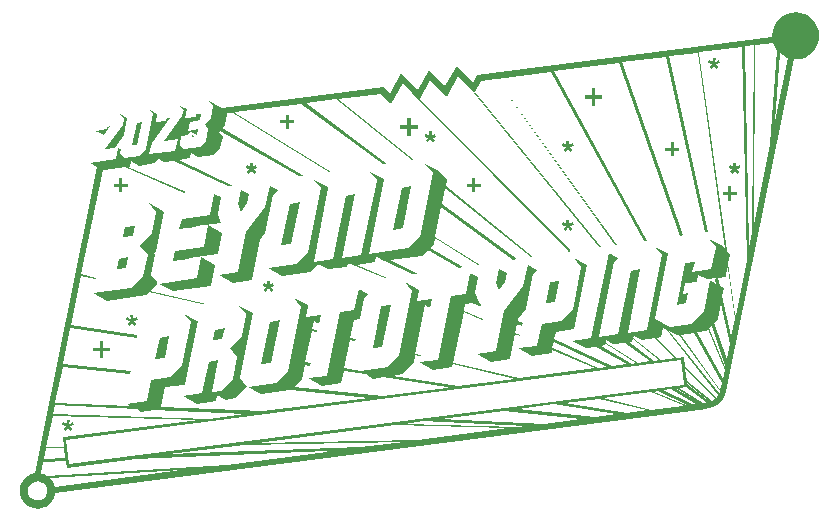
<source format=gts>
G04*
G04 #@! TF.GenerationSoftware,Altium Limited,Altium Designer,23.3.1 (30)*
G04*
G04 Layer_Color=8388736*
%FSLAX44Y44*%
%MOMM*%
G71*
G04*
G04 #@! TF.SameCoordinates,9821F40D-38B2-4F82-885C-9BFABF201401*
G04*
G04*
G04 #@! TF.FilePolarity,Negative*
G04*
G01*
G75*
%ADD10C,0.0127*%
%ADD11C,3.2032*%
G36*
X722667Y433024D02*
Y432998D01*
X722668Y432999D01*
X726551Y432616D01*
X730285Y431483D01*
X733726Y429644D01*
X736743Y427168D01*
X739218Y424152D01*
X741058Y420711D01*
X742190Y416977D01*
X742573Y413093D01*
D01*
X742573Y413093D01*
X742190Y409210D01*
X741058Y405476D01*
X739218Y402034D01*
X736743Y399018D01*
X733726Y396543D01*
X730285Y394703D01*
X726551Y393570D01*
X722668Y393188D01*
X722667Y393188D01*
Y393162D01*
X722667Y393162D01*
X722506Y393163D01*
X722506D01*
X722347Y393166D01*
X722347Y393166D01*
X722187Y393171D01*
X722027Y393178D01*
X722027Y393178D01*
X721868Y393186D01*
D01*
X721709Y393196D01*
D01*
X721550Y393207D01*
X721392Y393218D01*
D01*
X721074Y393242D01*
X721053Y393236D01*
X721031Y393231D01*
X721028Y393228D01*
X721024Y393226D01*
X721014Y393206D01*
X721001Y393188D01*
X663943Y112566D01*
X663905Y112573D01*
X662855Y109112D01*
X661111Y105849D01*
X658764Y102989D01*
X655904Y100642D01*
X652641Y98898D01*
X649101Y97824D01*
X647831Y97699D01*
X647846Y97587D01*
D01*
X95926Y26205D01*
X95906Y26194D01*
X95886Y26186D01*
X95884Y26181D01*
X95880Y26179D01*
X95874Y26158D01*
X95869Y26145D01*
X95748Y26159D01*
X95630Y24964D01*
X94775Y22145D01*
X93386Y19547D01*
X91517Y17269D01*
X89240Y15400D01*
X86642Y14012D01*
X83823Y13157D01*
X80896Y12868D01*
Y12868D01*
X77964Y13157D01*
X75144Y14012D01*
X72545Y15401D01*
X70267Y17270D01*
X68398Y19548D01*
X67009Y22147D01*
X66153Y24967D01*
X65865Y27899D01*
X65865D01*
X66153Y30823D01*
X67008Y33641D01*
X68397Y36238D01*
X70265Y38515D01*
X72542Y40384D01*
X75139Y41772D01*
X77958Y42627D01*
X78325Y42663D01*
X78310Y42746D01*
X78317Y42749D01*
X78337Y42753D01*
X78341Y42759D01*
X78348Y42762D01*
X78355Y42780D01*
X78366Y42797D01*
X131133Y302314D01*
X131130Y302330D01*
X131131Y302347D01*
X131125Y302355D01*
X131123Y302366D01*
X131109Y302375D01*
X131099Y302388D01*
X125182Y305639D01*
X147037Y308761D01*
X147050Y308769D01*
X147065Y308772D01*
X147072Y308782D01*
X147082Y308788D01*
X147086Y308803D01*
X147094Y308816D01*
X149030Y318584D01*
X151396Y317292D01*
X150722Y313981D01*
X150723Y313977D01*
X150721Y313974D01*
X150728Y313952D01*
X150732Y313930D01*
X150736Y313927D01*
X150737Y313924D01*
X154152Y309812D01*
X154159Y309808D01*
X154164Y309801D01*
X154182Y309796D01*
X154199Y309787D01*
X154207Y309790D01*
X154215Y309788D01*
X167407Y311672D01*
X167425Y311683D01*
X167446Y311691D01*
X172857Y317059D01*
X172865Y317077D01*
X172876Y317094D01*
X178842Y346616D01*
X178842Y346620D01*
X178843Y346623D01*
X178837Y346645D01*
X178832Y346668D01*
X178829Y346670D01*
X178828Y346674D01*
X175643Y350521D01*
X182185Y346993D01*
X180811Y339853D01*
X180814Y339842D01*
X180811Y339830D01*
X180819Y339817D01*
X180822Y339801D01*
X180832Y339795D01*
X180837Y339785D01*
X180853Y339781D01*
X180866Y339772D01*
X180877Y339775D01*
X180889Y339772D01*
X189704Y341023D01*
X189715Y341030D01*
X189729Y341031D01*
X189737Y341043D01*
X189750Y341050D01*
X189753Y341062D01*
X189761Y341073D01*
X190351Y343224D01*
X192947Y343593D01*
X177415Y322790D01*
X177411Y322775D01*
X177403Y322762D01*
X175399Y312906D01*
X175401Y312894D01*
X175398Y312882D01*
X175406Y312869D01*
X175409Y312854D01*
X175419Y312847D01*
X175425Y312837D01*
X175440Y312833D01*
X175453Y312825D01*
X175464Y312827D01*
X175476Y312824D01*
X197453Y315963D01*
X197467Y315971D01*
X197482Y315975D01*
X197488Y315984D01*
X197498Y315990D01*
X197502Y316005D01*
X197511Y316018D01*
X199467Y325861D01*
X199465Y325872D01*
X199468Y325884D01*
X199460Y325897D01*
X199457Y325912D01*
X199447Y325919D01*
X199441Y325929D01*
X199426Y325933D01*
X199413Y325941D01*
X199402Y325939D01*
X199390Y325942D01*
X187893Y324304D01*
X203417Y345098D01*
X203421Y345112D01*
X203429Y345124D01*
X204581Y350262D01*
X204580Y350267D01*
X204583Y350273D01*
X204576Y350293D01*
X204572Y350313D01*
X204567Y350317D01*
X204565Y350322D01*
X201176Y354112D01*
X207326Y350811D01*
X205693Y343385D01*
X205695Y343373D01*
X205692Y343361D01*
X205700Y343348D01*
X205702Y343333D01*
X205713Y343326D01*
X205719Y343315D01*
X205733Y343312D01*
X205745Y343303D01*
X205758Y343305D01*
X205770Y343302D01*
X214550Y344551D01*
X214561Y344558D01*
X214573Y344559D01*
X214582Y344571D01*
X214595Y344578D01*
X214598Y344590D01*
X214606Y344601D01*
X215218Y346751D01*
X219272Y347326D01*
X218249Y341538D01*
X209500Y340296D01*
X209486Y340288D01*
X209471Y340285D01*
X209464Y340275D01*
X209454Y340269D01*
X209450Y340254D01*
X209442Y340241D01*
X207987Y332901D01*
X207990Y332889D01*
X207987Y332878D01*
X207995Y332864D01*
X207998Y332849D01*
X208008Y332843D01*
X208014Y332833D01*
X208029Y332829D01*
X208041Y332820D01*
X208053Y332822D01*
X208064Y332820D01*
X216810Y334064D01*
X215523Y328938D01*
X210240Y331787D01*
X210217Y331790D01*
X210194Y331795D01*
X210191Y331792D01*
X210187Y331793D01*
X210169Y331778D01*
X210150Y331765D01*
X208522Y329349D01*
X202642Y328511D01*
X202628Y328503D01*
X202613Y328500D01*
X202607Y328490D01*
X202596Y328484D01*
X202593Y328470D01*
X202584Y328457D01*
X201130Y321172D01*
X201131Y321168D01*
X201129Y321165D01*
X201136Y321143D01*
X201140Y321121D01*
X201144Y321119D01*
X201145Y321115D01*
X204592Y317016D01*
X204599Y317012D01*
X204603Y317005D01*
X204622Y317001D01*
X204639Y316992D01*
X204646Y316994D01*
X204654Y316992D01*
X217997Y318899D01*
X218016Y318910D01*
X218036Y318918D01*
X223434Y324276D01*
X223442Y324295D01*
X223453Y324311D01*
X225459Y334153D01*
X225459Y334157D01*
X225460Y334160D01*
X225454Y334182D01*
X225449Y334205D01*
X225446Y334207D01*
X225445Y334211D01*
X222094Y338271D01*
X227451Y343909D01*
X227458Y343928D01*
X227469Y343945D01*
X229175Y353748D01*
X229175Y353749D01*
X229176Y353750D01*
X229170Y353775D01*
X229164Y353799D01*
X229163Y353800D01*
X229163Y353801D01*
X226210Y357700D01*
X236833Y352023D01*
X236854Y352021D01*
X236874Y352015D01*
X373725Y369713D01*
X379028Y364246D01*
X379038Y364242D01*
X379044Y364234D01*
X379061Y364232D01*
X379077Y364225D01*
X379086Y364229D01*
X379096Y364228D01*
X379110Y364238D01*
X379126Y364245D01*
X379130Y364254D01*
X379138Y364260D01*
X388770Y381346D01*
X402431Y367268D01*
X402440Y367264D01*
X402446Y367256D01*
X402463Y367254D01*
X402479Y367247D01*
X402489Y367251D01*
X402499Y367250D01*
X402512Y367260D01*
X402528Y367267D01*
X402532Y367276D01*
X402540Y367282D01*
X412170Y384373D01*
X425826Y370288D01*
X425835Y370284D01*
X425841Y370275D01*
X425858Y370273D01*
X425874Y370267D01*
X425883Y370270D01*
X425893Y370269D01*
X425907Y370280D01*
X425923Y370286D01*
X425927Y370295D01*
X425935Y370302D01*
X435577Y387390D01*
X449251Y373312D01*
X449260Y373308D01*
X449267Y373300D01*
X449284Y373298D01*
X449299Y373291D01*
X449309Y373295D01*
X449319Y373294D01*
X449332Y373304D01*
X449348Y373311D01*
X449352Y373320D01*
X449360Y373326D01*
X453111Y379967D01*
X702715Y412263D01*
X702736Y412275D01*
X702757Y412285D01*
X702758Y412288D01*
X702760Y412289D01*
X702767Y412312D01*
X702775Y412334D01*
X702771Y412411D01*
X702771Y412411D01*
X702771Y412411D01*
X702767Y412488D01*
X702767Y412488D01*
X702767Y412488D01*
X702762Y412564D01*
X702762Y412564D01*
X702762Y412564D01*
X702757Y412640D01*
X702752Y412716D01*
X702752Y412716D01*
X702747Y412791D01*
X702747Y412791D01*
X702743Y412867D01*
Y412867D01*
X702739Y412942D01*
X702812Y412945D01*
X702783Y413093D01*
X702762Y413093D01*
X703145Y416977D01*
X704277Y420711D01*
X706117Y424152D01*
X708592Y427168D01*
X711609Y429644D01*
X715050Y431483D01*
X718784Y432616D01*
X722667Y432999D01*
Y433024D01*
X722667D01*
D02*
G37*
G36*
X136983Y329147D02*
X130587Y332634D01*
X139230Y333861D01*
X139242Y333868D01*
X139255Y333869D01*
X139263Y333881D01*
X139276Y333888D01*
X139279Y333900D01*
X139287Y333911D01*
X139877Y336066D01*
X142483Y336436D01*
X136983Y329147D01*
D02*
G37*
G36*
X214323Y328070D02*
X211231Y327629D01*
X211507Y329589D01*
X214323Y328070D01*
D02*
G37*
G36*
X165031Y320991D02*
X160611Y320361D01*
X164589Y339624D01*
X169010Y340251D01*
X165031Y320991D01*
D02*
G37*
G36*
X156853Y343667D02*
X156752Y343568D01*
X156744Y343549D01*
X156733Y343532D01*
X153727Y328751D01*
X145939Y318325D01*
X137430Y317112D01*
X152992Y337947D01*
X152996Y337961D01*
X153004Y337973D01*
X154155Y343120D01*
X154154Y343125D01*
X154157Y343131D01*
X154150Y343151D01*
X154146Y343171D01*
X154141Y343175D01*
X154139Y343181D01*
X150735Y346973D01*
X156853Y343667D01*
D02*
G37*
%LPC*%
G36*
X703571Y407203D02*
X703567Y407201D01*
X703562Y407202D01*
X687793Y405162D01*
X687774Y405151D01*
X687753Y405143D01*
X687751Y405138D01*
X687747Y405136D01*
X687741Y405115D01*
X687733Y405094D01*
X687735Y405090D01*
X687733Y405085D01*
X687744Y405066D01*
X687752Y405046D01*
X687757Y405044D01*
X687759Y405040D01*
X687781Y405034D01*
X687801Y405025D01*
X688397Y405021D01*
X687135Y253024D01*
X687143Y253005D01*
X687147Y252985D01*
X687152Y252982D01*
X687155Y252975D01*
X687174Y252967D01*
X687190Y252956D01*
X687197Y252957D01*
X687204Y252955D01*
X687222Y252962D01*
X687242Y252966D01*
X687246Y252972D01*
X687252Y252974D01*
X687260Y252993D01*
X687271Y253010D01*
X701134Y321189D01*
X701133Y321194D01*
X701135Y321198D01*
X706774Y401075D01*
X706773Y401077D01*
X706774Y401080D01*
X706765Y401102D01*
X706758Y401120D01*
X706846Y401186D01*
X706082Y402117D01*
X704252Y405541D01*
X703751Y407191D01*
X703633Y407154D01*
X703628Y407162D01*
X703620Y407183D01*
X703615Y407185D01*
X703613Y407189D01*
X703591Y407195D01*
X703571Y407203D01*
D02*
G37*
G36*
X687150Y405078D02*
X687146Y405076D01*
X687141Y405078D01*
X679998Y404154D01*
X679978Y404142D01*
X679957Y404133D01*
X679956Y404130D01*
X679952Y404128D01*
X679946Y404105D01*
X679938Y404084D01*
X683251Y233920D01*
X683259Y233902D01*
X683263Y233883D01*
X683269Y233879D01*
X683272Y233872D01*
X683290Y233865D01*
X683306Y233854D01*
X683314Y233855D01*
X683321Y233852D01*
X683339Y233860D01*
X683358Y233864D01*
X683362Y233870D01*
X683370Y233874D01*
X683376Y233892D01*
X683387Y233908D01*
X685900Y246263D01*
X685898Y246270D01*
X685901Y246276D01*
X687218Y405009D01*
X687216Y405014D01*
X687218Y405018D01*
X687207Y405037D01*
X687199Y405058D01*
X687194Y405060D01*
X687192Y405064D01*
X687170Y405070D01*
X687150Y405078D01*
D02*
G37*
G36*
X677380Y403814D02*
X677376Y403813D01*
X677372Y403814D01*
X640907Y399096D01*
X640907Y399096D01*
X640906Y399096D01*
X640885Y399083D01*
X640861Y399070D01*
X640861Y399069D01*
X640861Y399069D01*
X640855Y399045D01*
X640848Y399019D01*
X640848Y399019D01*
X640848Y399018D01*
X664194Y230758D01*
X664204Y230741D01*
X664210Y230723D01*
X667064Y227363D01*
X665625Y220478D01*
X665627Y220466D01*
X665624Y220455D01*
X671664Y176922D01*
X671672Y176908D01*
X671675Y176893D01*
X671685Y176886D01*
X671691Y176876D01*
X671706Y176872D01*
X671719Y176864D01*
X671730Y176866D01*
X671742Y176863D01*
X671755Y176871D01*
X671770Y176874D01*
X671777Y176884D01*
X671787Y176889D01*
X671791Y176904D01*
X671799Y176917D01*
X680985Y222093D01*
X680984Y222101D01*
X680986Y222108D01*
X677449Y403747D01*
X677448Y403751D01*
X677449Y403755D01*
X677438Y403774D01*
X677428Y403795D01*
X677425Y403797D01*
X677423Y403800D01*
X677401Y403806D01*
X677380Y403814D01*
D02*
G37*
G36*
X709261Y398497D02*
X709200Y398430D01*
X709181Y398438D01*
X709159Y398448D01*
X709156Y398448D01*
X709154Y398449D01*
X709132Y398439D01*
X709109Y398432D01*
X709108Y398429D01*
X709105Y398428D01*
X709096Y398406D01*
X709085Y398385D01*
X705041Y341090D01*
X705048Y341069D01*
X705052Y341048D01*
X705056Y341045D01*
X705058Y341040D01*
X705078Y341030D01*
X705096Y341018D01*
X705100Y341019D01*
X705105Y341017D01*
X705126Y341024D01*
X705147Y341028D01*
X705150Y341032D01*
X705155Y341034D01*
X705164Y341053D01*
X705177Y341072D01*
X715993Y394269D01*
X715992Y394276D01*
X715995Y394283D01*
X715987Y394301D01*
X715983Y394321D01*
X715977Y394325D01*
X715975Y394331D01*
X715956Y394339D01*
X715948Y394344D01*
X715982Y394439D01*
X715065Y394717D01*
X711630Y396553D01*
X709261Y398497D01*
D02*
G37*
G36*
X639600Y398927D02*
X615554Y395816D01*
X615551Y395814D01*
X615548Y395815D01*
X615529Y395801D01*
X615508Y395789D01*
X615508Y395786D01*
X615505Y395784D01*
X615501Y395761D01*
X615495Y395739D01*
X615496Y395736D01*
X615496Y395733D01*
X648406Y247219D01*
X645929Y246863D01*
X613009Y395423D01*
X612996Y395443D01*
X612984Y395463D01*
X612981Y395464D01*
X612979Y395466D01*
X612956Y395470D01*
X612933Y395476D01*
X575660Y390654D01*
X575653Y390650D01*
X575646Y390651D01*
X575631Y390638D01*
X575614Y390628D01*
X575612Y390620D01*
X575607Y390616D01*
X575606Y390596D01*
X575601Y390577D01*
X575605Y390570D01*
X575604Y390563D01*
X627163Y244166D01*
X624646Y243804D01*
X573065Y390263D01*
X573052Y390278D01*
X573042Y390295D01*
X573035Y390297D01*
X573030Y390302D01*
X573011Y390303D01*
X572992Y390309D01*
X559582Y388574D01*
X559574Y388569D01*
X559565Y388569D01*
X559552Y388556D01*
X559536Y388547D01*
X559534Y388539D01*
X559528Y388532D01*
X559527Y388514D01*
X559523Y388497D01*
X559527Y388489D01*
X559527Y388480D01*
X618312Y242894D01*
X617113Y242722D01*
X558308Y388357D01*
X558295Y388370D01*
X558286Y388385D01*
X558277Y388388D01*
X558271Y388394D01*
X558253Y388394D01*
X558235Y388399D01*
X517856Y383175D01*
X517845Y383168D01*
X517832Y383167D01*
X517823Y383156D01*
X517811Y383148D01*
X517807Y383136D01*
X517799Y383126D01*
X517800Y383111D01*
X517797Y383098D01*
X517803Y383086D01*
X517805Y383073D01*
X596527Y239764D01*
X593887Y239385D01*
X515120Y382777D01*
X515108Y382786D01*
X515101Y382798D01*
X515089Y382801D01*
X515079Y382809D01*
X515064Y382808D01*
X515051Y382812D01*
X469986Y376981D01*
X469971Y376973D01*
X469955Y376969D01*
X469949Y376960D01*
X469940Y376955D01*
X469936Y376938D01*
X469927Y376924D01*
X469929Y376914D01*
X469926Y376904D01*
X469935Y376889D01*
X469939Y376873D01*
X570937Y236087D01*
X569623Y235898D01*
X468570Y376761D01*
X468561Y376767D01*
X468556Y376776D01*
X468539Y376780D01*
X468525Y376789D01*
X468515Y376787D01*
X468505Y376789D01*
X456348Y375216D01*
X456343Y375214D01*
X456338Y375215D01*
X456321Y375201D01*
X456302Y375190D01*
X456301Y375185D01*
X456297Y375182D01*
X451092Y365968D01*
X451091Y365954D01*
X451084Y365941D01*
X451087Y365929D01*
X451086Y365916D01*
X451095Y365905D01*
X451099Y365891D01*
X557733Y234190D01*
X556375Y233995D01*
X450510Y364746D01*
X450498Y364752D01*
X450490Y364762D01*
X450476Y364764D01*
X450464Y364771D01*
X450451Y364767D01*
X450438Y364769D01*
X450427Y364760D01*
X450416Y364757D01*
X436737Y378840D01*
X436728Y378844D01*
X436722Y378852D01*
X436705Y378854D01*
X436689Y378861D01*
X436680Y378857D01*
X436670Y378858D01*
X436656Y378848D01*
X436640Y378842D01*
X436636Y378832D01*
X436628Y378826D01*
X426986Y361733D01*
X413330Y375813D01*
X413321Y375817D01*
X413314Y375825D01*
X413297Y375827D01*
X413282Y375834D01*
X413272Y375830D01*
X413262Y375831D01*
X413249Y375821D01*
X413233Y375814D01*
X413229Y375805D01*
X413221Y375799D01*
X404263Y359901D01*
X404261Y359884D01*
X404254Y359868D01*
X404258Y359859D01*
X404257Y359849D01*
X404268Y359835D01*
X404274Y359819D01*
X532518Y230567D01*
X531066Y230358D01*
X403701Y358725D01*
X398084Y364386D01*
X398084Y364386D01*
X397976Y364494D01*
X397975Y364498D01*
X389930Y372791D01*
X389921Y372795D01*
X389915Y372803D01*
X389898Y372805D01*
X389882Y372812D01*
X389873Y372808D01*
X389862Y372809D01*
X389849Y372799D01*
X389833Y372792D01*
X389829Y372783D01*
X389821Y372777D01*
X380189Y355686D01*
X371857Y364277D01*
X371853Y364280D01*
X371850Y364284D01*
X371829Y364290D01*
X371809Y364298D01*
X371804Y364296D01*
X371799Y364298D01*
X335381Y359587D01*
X335358Y359574D01*
X335336Y359562D01*
X335336Y359561D01*
X335335Y359561D01*
X335328Y359535D01*
X335322Y359512D01*
X335322Y359511D01*
X335322Y359510D01*
X335335Y359487D01*
X335347Y359466D01*
X399126Y307904D01*
X397530Y307680D01*
X333629Y359339D01*
X333628Y359339D01*
X333628Y359340D01*
X333602Y359347D01*
X333579Y359354D01*
X333578Y359354D01*
X333577Y359354D01*
X307720Y356009D01*
X307720Y356009D01*
X307719Y356009D01*
X307697Y355996D01*
X307675Y355983D01*
X307675Y355982D01*
X307674Y355982D01*
X307668Y355957D01*
X307661Y355932D01*
X307661Y355932D01*
X307661Y355931D01*
X307674Y355909D01*
X307687Y355887D01*
X307688Y355886D01*
X307688Y355886D01*
X376970Y304784D01*
X373442Y304287D01*
X303998Y355508D01*
X303973Y355515D01*
X303949Y355521D01*
X248199Y348310D01*
X248196Y348308D01*
X248192Y348309D01*
X248174Y348296D01*
X248154Y348284D01*
X248153Y348281D01*
X248150Y348278D01*
X248146Y348256D01*
X248140Y348233D01*
X248142Y348230D01*
X248141Y348227D01*
X248155Y348208D01*
X248166Y348188D01*
X248170Y348187D01*
X248172Y348184D01*
X328900Y298015D01*
X327084Y297759D01*
X246185Y348034D01*
X246162Y348038D01*
X246140Y348044D01*
X241214Y347407D01*
X241198Y347398D01*
X241181Y347393D01*
X241176Y347385D01*
X241168Y347381D01*
X241164Y347363D01*
X241155Y347348D01*
X241157Y347339D01*
X241154Y347330D01*
X241163Y347314D01*
X241168Y347297D01*
X241223Y347225D01*
X239520Y337456D01*
X237050Y334855D01*
X237046Y334847D01*
X237040Y334842D01*
X237037Y334823D01*
X237031Y334806D01*
X237034Y334798D01*
X237033Y334790D01*
X237044Y334775D01*
X237052Y334758D01*
X237060Y334755D01*
X237065Y334748D01*
X306507Y294862D01*
X302485Y294295D01*
X235268Y332904D01*
X235250Y332906D01*
X235232Y332913D01*
X235224Y332910D01*
X235216Y332911D01*
X235201Y332900D01*
X235184Y332892D01*
X234127Y331779D01*
X234119Y331758D01*
X234108Y331738D01*
X234109Y331734D01*
X234108Y331730D01*
X234117Y331709D01*
X234124Y331688D01*
X237496Y327599D01*
X235495Y317794D01*
X230120Y312457D01*
X216806Y310551D01*
X210502Y313965D01*
X210492Y313966D01*
X210483Y313972D01*
X210467Y313969D01*
X210450Y313971D01*
X210442Y313964D01*
X210431Y313962D01*
X210422Y313948D01*
X210409Y313938D01*
X210408Y313927D01*
X210402Y313918D01*
X209525Y309508D01*
X200642Y308237D01*
X200636Y308233D01*
X200629Y308233D01*
X200614Y308220D01*
X200597Y308210D01*
X200595Y308203D01*
X200590Y308198D01*
X200589Y308178D01*
X200584Y308159D01*
X200588Y308153D01*
X200587Y308146D01*
X200601Y308131D01*
X200611Y308114D01*
X200618Y308112D01*
X200623Y308106D01*
X246246Y286375D01*
X241773Y285745D01*
X195980Y307558D01*
X195960Y307559D01*
X195940Y307563D01*
X187591Y306368D01*
X183141Y308791D01*
X183124Y308793D01*
X183108Y308800D01*
X183099Y308796D01*
X183089Y308797D01*
X183076Y308786D01*
X183060Y308780D01*
X179466Y305205D01*
X166303Y303321D01*
X160023Y306754D01*
X160012Y306755D01*
X160004Y306761D01*
X159987Y306758D01*
X159971Y306760D01*
X159962Y306753D01*
X159952Y306751D01*
X159943Y306737D01*
X159930Y306727D01*
X159929Y306716D01*
X159923Y306707D01*
X159045Y302281D01*
X157207Y302018D01*
X157199Y302014D01*
X157191Y302014D01*
X157178Y302001D01*
X157162Y301991D01*
X157160Y301983D01*
X157153Y301977D01*
X157153Y301959D01*
X157149Y301940D01*
X157153Y301933D01*
X157153Y301925D01*
X157166Y301911D01*
X157175Y301895D01*
X157184Y301893D01*
X157190Y301887D01*
X206616Y280795D01*
X204365Y280478D01*
X154739Y301655D01*
X154721Y301655D01*
X154703Y301660D01*
X137029Y299130D01*
X135927Y299735D01*
X135917Y299736D01*
X135908Y299742D01*
X135891Y299739D01*
X135875Y299741D01*
X135867Y299734D01*
X135856Y299732D01*
X135847Y299718D01*
X135834Y299708D01*
X135833Y299697D01*
X135827Y299688D01*
X117835Y211200D01*
X117840Y211175D01*
X117844Y211150D01*
X117845Y211149D01*
X117845Y211148D01*
X117866Y211134D01*
X117886Y211119D01*
X130108Y208220D01*
X129878Y207064D01*
X117656Y209963D01*
X117655Y209963D01*
X117654Y209964D01*
X117629Y209959D01*
X117604Y209955D01*
X117603Y209954D01*
X117602Y209954D01*
X117588Y209933D01*
X117573Y209912D01*
X117573Y209911D01*
X117573Y209910D01*
X109146Y168468D01*
X109147Y168466D01*
X109146Y168465D01*
X109152Y168441D01*
X109156Y168416D01*
X109158Y168415D01*
X109158Y168414D01*
X109179Y168401D01*
X109200Y168387D01*
X109202Y168387D01*
X109203Y168386D01*
X165264Y159513D01*
X164799Y157060D01*
X108699Y165940D01*
X108674Y165934D01*
X108651Y165929D01*
X108650Y165928D01*
X108648Y165927D01*
X108635Y165906D01*
X108621Y165885D01*
X102389Y135233D01*
X102389Y135230D01*
X102388Y135226D01*
X102395Y135204D01*
X102399Y135182D01*
X102402Y135180D01*
X102403Y135176D01*
X102423Y135165D01*
X102443Y135152D01*
X102446Y135153D01*
X102449Y135151D01*
X159576Y129472D01*
X159110Y127014D01*
X101937Y132698D01*
X101914Y132692D01*
X101892Y132687D01*
X101890Y132684D01*
X101886Y132683D01*
X101875Y132663D01*
X101862Y132644D01*
X95788Y102769D01*
X95789Y102763D01*
X95787Y102758D01*
X95794Y102738D01*
X95798Y102717D01*
X95803Y102714D01*
X95805Y102709D01*
X95824Y102699D01*
X95842Y102688D01*
X95848Y102689D01*
X95853Y102686D01*
X159364Y99942D01*
X159375Y99946D01*
X159387Y99945D01*
X159399Y99955D01*
X159414Y99960D01*
X159418Y99970D01*
X159427Y99978D01*
X159429Y99993D01*
X159436Y100008D01*
X159432Y100018D01*
X159433Y100030D01*
X159423Y100042D01*
X159418Y100057D01*
X159408Y100062D01*
X159400Y100071D01*
X156884Y101450D01*
X173105Y103763D01*
X173119Y103771D01*
X173134Y103774D01*
X173141Y103784D01*
X173151Y103790D01*
X173155Y103805D01*
X173163Y103818D01*
X176753Y121976D01*
X193126Y124308D01*
X193144Y124319D01*
X193165Y124327D01*
X203175Y134249D01*
X203183Y134268D01*
X203194Y134284D01*
X210490Y170511D01*
X210490Y170514D01*
X210492Y170517D01*
X210485Y170539D01*
X210480Y170562D01*
X210477Y170564D01*
X210476Y170568D01*
X204385Y177997D01*
X216073Y171627D01*
X216203Y171468D01*
X205404Y118189D01*
X205087Y117875D01*
X188684Y115538D01*
X188671Y115530D01*
X188655Y115527D01*
X188649Y115517D01*
X188639Y115511D01*
X188635Y115496D01*
X188626Y115483D01*
X185347Y98898D01*
X185348Y98893D01*
X185345Y98888D01*
X185353Y98868D01*
X185357Y98847D01*
X185362Y98843D01*
X185363Y98838D01*
X185383Y98829D01*
X185401Y98817D01*
X185406Y98819D01*
X185411Y98816D01*
X271730Y95086D01*
X271735Y95088D01*
X271741Y95086D01*
X361710Y106736D01*
X361727Y106746D01*
X361745Y106751D01*
X361749Y106758D01*
X361756Y106763D01*
X361761Y106781D01*
X361770Y106798D01*
X361768Y106805D01*
X361770Y106813D01*
X361760Y106830D01*
X361755Y106848D01*
X361748Y106852D01*
X361744Y106859D01*
X361725Y106864D01*
X361708Y106873D01*
X295227Y113482D01*
X295224Y113481D01*
X295221Y113482D01*
X295199Y113474D01*
X295177Y113467D01*
X295175Y113464D01*
X295172Y113462D01*
X294661Y112956D01*
X270338Y109487D01*
X258519Y115941D01*
X282676Y119385D01*
X282694Y119396D01*
X282714Y119404D01*
X292713Y129317D01*
X292720Y129336D01*
X292732Y129352D01*
X303727Y183855D01*
X303727Y183859D01*
X303728Y183862D01*
X303722Y183884D01*
X303717Y183907D01*
X303714Y183909D01*
X303713Y183913D01*
X297639Y191237D01*
X309350Y184878D01*
X309569Y184614D01*
X307672Y175272D01*
X307674Y175261D01*
X307672Y175249D01*
X307679Y175236D01*
X307682Y175221D01*
X307692Y175214D01*
X307698Y175204D01*
X307713Y175200D01*
X307726Y175191D01*
X307738Y175194D01*
X307749Y175191D01*
X320336Y176980D01*
X318775Y169341D01*
X314567Y171628D01*
X314556Y171629D01*
X314548Y171635D01*
X314531Y171631D01*
X314515Y171633D01*
X314506Y171626D01*
X314496Y171624D01*
X314487Y171611D01*
X314474Y171600D01*
X314473Y171589D01*
X314467Y171581D01*
X313114Y164878D01*
X313119Y164853D01*
X313123Y164829D01*
X313124Y164828D01*
X313124Y164827D01*
X313145Y164813D01*
X313166Y164798D01*
X317630Y163739D01*
X317394Y162585D01*
X312937Y163641D01*
X312936Y163641D01*
X312935Y163642D01*
X312910Y163637D01*
X312885Y163633D01*
X312885Y163632D01*
X312883Y163632D01*
X312869Y163611D01*
X312854Y163590D01*
X312855Y163589D01*
X312854Y163588D01*
X307504Y137073D01*
X307504Y137071D01*
X307503Y137070D01*
X307509Y137046D01*
X307514Y137021D01*
X307515Y137020D01*
X307515Y137019D01*
X307536Y137006D01*
X307557Y136992D01*
X307559Y136992D01*
X307560Y136991D01*
X312017Y136286D01*
X311517Y133838D01*
X307060Y134544D01*
X307036Y134538D01*
X307012Y134533D01*
X307011Y134532D01*
X307009Y134531D01*
X306996Y134510D01*
X306982Y134489D01*
X304632Y122842D01*
X297593Y115864D01*
X297584Y115842D01*
X297574Y115822D01*
X297575Y115818D01*
X297573Y115815D01*
X297582Y115794D01*
X297589Y115771D01*
X297592Y115770D01*
X297593Y115766D01*
X297614Y115758D01*
X297635Y115746D01*
X373236Y108230D01*
X373244Y108233D01*
X373251Y108231D01*
X427811Y115295D01*
X427826Y115304D01*
X427843Y115308D01*
X427848Y115317D01*
X427857Y115322D01*
X427861Y115338D01*
X427870Y115353D01*
X427868Y115363D01*
X427870Y115372D01*
X427862Y115387D01*
X427858Y115404D01*
X427849Y115409D01*
X427844Y115418D01*
X427828Y115422D01*
X427813Y115431D01*
X372937Y124117D01*
X372926Y124115D01*
X372916Y124117D01*
X364799Y122958D01*
X358467Y126403D01*
X358455Y126404D01*
X358445Y126411D01*
X339864Y129352D01*
X339840Y129346D01*
X339816Y129341D01*
X339815Y129340D01*
X339813Y129340D01*
X339800Y129318D01*
X339786Y129298D01*
X337700Y119095D01*
X321475Y116781D01*
X309641Y123230D01*
X325727Y125523D01*
X325740Y125531D01*
X325755Y125534D01*
X325762Y125544D01*
X325773Y125550D01*
X325776Y125565D01*
X325785Y125577D01*
X336773Y179316D01*
X348756Y181019D01*
X348769Y181027D01*
X348784Y181030D01*
X348791Y181040D01*
X348802Y181046D01*
X348805Y181061D01*
X348814Y181073D01*
X352587Y199197D01*
X360683Y194811D01*
X357484Y191569D01*
X357477Y191551D01*
X357466Y191535D01*
X353822Y173629D01*
X348752Y172908D01*
X348739Y172900D01*
X348724Y172897D01*
X348717Y172887D01*
X348707Y172881D01*
X348703Y172867D01*
X348694Y172854D01*
X345493Y157198D01*
X345498Y157173D01*
X345502Y157148D01*
X345502Y157148D01*
X345503Y157146D01*
X345523Y157132D01*
X345544Y157117D01*
X350074Y156043D01*
X349842Y154888D01*
X345312Y155962D01*
X345311Y155962D01*
X345310Y155962D01*
X345285Y155958D01*
X345260Y155954D01*
X345260Y155953D01*
X345258Y155953D01*
X345244Y155932D01*
X345229Y155911D01*
X345229Y155910D01*
X345229Y155909D01*
X340314Y131880D01*
X340315Y131878D01*
X340314Y131877D01*
X340320Y131852D01*
X340324Y131828D01*
X340326Y131827D01*
X340326Y131825D01*
X340347Y131812D01*
X340368Y131798D01*
X340370Y131799D01*
X340371Y131798D01*
X354284Y129596D01*
X354294Y129598D01*
X354305Y129596D01*
X377071Y132844D01*
X377090Y132855D01*
X377110Y132863D01*
X387096Y142768D01*
X387104Y142787D01*
X387115Y142803D01*
X398114Y197266D01*
X398113Y197270D01*
X398115Y197273D01*
X398108Y197295D01*
X398104Y197318D01*
X398101Y197320D01*
X398099Y197324D01*
X392037Y204644D01*
X403777Y198294D01*
X403957Y198076D01*
X402049Y188687D01*
X402051Y188675D01*
X402048Y188663D01*
X402056Y188650D01*
X402059Y188635D01*
X402069Y188628D01*
X402075Y188618D01*
X402090Y188614D01*
X402103Y188606D01*
X402114Y188608D01*
X402126Y188605D01*
X414693Y190391D01*
X413136Y182787D01*
X408977Y185038D01*
X408966Y185039D01*
X408957Y185045D01*
X408941Y185042D01*
X408924Y185043D01*
X408916Y185037D01*
X408906Y185035D01*
X408897Y185021D01*
X408884Y185010D01*
X408882Y185000D01*
X408877Y184991D01*
X400621Y144121D01*
X400626Y144097D01*
X400630Y144072D01*
X400631Y144071D01*
X400631Y144069D01*
X400652Y144056D01*
X400672Y144041D01*
X404994Y143015D01*
X404758Y141861D01*
X400444Y142884D01*
X400443Y142884D01*
X400442Y142885D01*
X400417Y142880D01*
X400392Y142876D01*
X400391Y142875D01*
X400390Y142875D01*
X400376Y142854D01*
X400361Y142833D01*
X400361Y142832D01*
X400360Y142831D01*
X399042Y136304D01*
X389084Y126425D01*
X381772Y125381D01*
X381757Y125373D01*
X381741Y125369D01*
X381735Y125360D01*
X381726Y125354D01*
X381722Y125338D01*
X381713Y125324D01*
X381716Y125314D01*
X381713Y125304D01*
X381722Y125289D01*
X381726Y125273D01*
X381735Y125267D01*
X381740Y125258D01*
X381756Y125254D01*
X381771Y125245D01*
X437055Y116495D01*
X437065Y116497D01*
X437075Y116495D01*
X484973Y122697D01*
X484986Y122704D01*
X485000Y122707D01*
X485008Y122717D01*
X485019Y122723D01*
X485022Y122737D01*
X485031Y122749D01*
X485029Y122762D01*
X485032Y122774D01*
X485025Y122787D01*
X485023Y122801D01*
X485012Y122809D01*
X485006Y122820D01*
X484992Y122823D01*
X484980Y122832D01*
X432673Y135240D01*
X432672Y135239D01*
X432671Y135240D01*
X432646Y135235D01*
X432621Y135231D01*
X432620Y135230D01*
X432619Y135230D01*
X432605Y135209D01*
X432590Y135189D01*
X432590Y135187D01*
X432589Y135187D01*
X432050Y132554D01*
X415851Y130243D01*
X403991Y136682D01*
X420051Y138971D01*
X420064Y138979D01*
X420079Y138982D01*
X420086Y138992D01*
X420096Y138998D01*
X420100Y139013D01*
X420109Y139026D01*
X431104Y192724D01*
X443068Y194424D01*
X443081Y194432D01*
X443096Y194435D01*
X443103Y194445D01*
X443113Y194451D01*
X443117Y194466D01*
X443125Y194478D01*
X446900Y212589D01*
X454043Y208734D01*
X451396Y195800D01*
X451400Y195780D01*
X451401Y195759D01*
X454748Y188022D01*
X453430Y187830D01*
X453424Y187826D01*
X453417Y187827D01*
X453402Y187813D01*
X453385Y187803D01*
X453383Y187796D01*
X453378Y187792D01*
X453377Y187772D01*
X453372Y187752D01*
X453375Y187746D01*
X453375Y187739D01*
X453388Y187724D01*
X453399Y187707D01*
X453405Y187705D01*
X453410Y187700D01*
X455311Y186795D01*
X456939Y183258D01*
X448786Y187142D01*
X448766Y187143D01*
X448747Y187148D01*
X443109Y186326D01*
X443096Y186318D01*
X443081Y186316D01*
X443075Y186306D01*
X443064Y186299D01*
X443060Y186285D01*
X443052Y186272D01*
X441862Y180463D01*
X441866Y180443D01*
X441866Y180424D01*
X441871Y180418D01*
X441872Y180411D01*
X441889Y180400D01*
X441902Y180386D01*
X457482Y173737D01*
X457245Y172561D01*
X441688Y179200D01*
X441680Y179200D01*
X441674Y179204D01*
X441655Y179200D01*
X441635Y179201D01*
X441630Y179196D01*
X441623Y179194D01*
X441612Y179178D01*
X441598Y179164D01*
X441597Y179157D01*
X441593Y179151D01*
X432854Y136476D01*
X432858Y136451D01*
X432862Y136426D01*
X432863Y136425D01*
X432864Y136424D01*
X432884Y136410D01*
X432905Y136395D01*
X488634Y123176D01*
X488647Y123178D01*
X488659Y123174D01*
X553095Y131518D01*
X553103Y131522D01*
X553112Y131522D01*
X553125Y131535D01*
X553141Y131544D01*
X553143Y131553D01*
X553149Y131559D01*
X553150Y131577D01*
X553154Y131595D01*
X553150Y131603D01*
X553150Y131611D01*
X553137Y131624D01*
X553128Y131640D01*
X553120Y131643D01*
X553113Y131649D01*
X516543Y147256D01*
X516535Y147256D01*
X516529Y147260D01*
X516510Y147256D01*
X516490Y147256D01*
X516485Y147251D01*
X516478Y147249D01*
X516467Y147233D01*
X516452Y147219D01*
X516452Y147212D01*
X516448Y147206D01*
X515914Y144517D01*
X499646Y142196D01*
X487763Y148625D01*
X503891Y150925D01*
X503904Y150933D01*
X503919Y150936D01*
X503926Y150946D01*
X503936Y150952D01*
X503940Y150967D01*
X503949Y150980D01*
X507547Y169090D01*
X523829Y171409D01*
X523847Y171420D01*
X523867Y171428D01*
X533837Y181321D01*
X533844Y181339D01*
X533856Y181356D01*
X541168Y217487D01*
X541168Y217491D01*
X541169Y217494D01*
X541163Y217516D01*
X541158Y217539D01*
X541155Y217540D01*
X541154Y217544D01*
X535106Y224962D01*
X546130Y219033D01*
X535046Y164893D01*
X519572Y162688D01*
X519559Y162680D01*
X519544Y162677D01*
X519537Y162668D01*
X519527Y162661D01*
X519523Y162646D01*
X519515Y162634D01*
X518359Y156821D01*
X518363Y156803D01*
X518362Y156785D01*
X518368Y156778D01*
X518370Y156770D01*
X518385Y156759D01*
X518397Y156746D01*
X567439Y133386D01*
X567458Y133385D01*
X567477Y133380D01*
X579642Y134955D01*
X579646Y134958D01*
X579651Y134957D01*
X579669Y134971D01*
X579688Y134981D01*
X579689Y134986D01*
X579693Y134989D01*
X579696Y135011D01*
X579701Y135032D01*
X579699Y135037D01*
X579700Y135041D01*
X579686Y135059D01*
X579675Y135078D01*
X579670Y135079D01*
X579668Y135083D01*
X553848Y149913D01*
X553826Y149916D01*
X553805Y149922D01*
X545235Y148699D01*
X533340Y155124D01*
X549361Y157408D01*
X549374Y157416D01*
X549389Y157419D01*
X549396Y157429D01*
X549406Y157435D01*
X549410Y157450D01*
X549418Y157462D01*
X564212Y229246D01*
X572281Y224912D01*
X568717Y221580D01*
X568709Y221561D01*
X568697Y221543D01*
X556107Y158462D01*
X556109Y158451D01*
X556106Y158439D01*
X556114Y158426D01*
X556117Y158411D01*
X556127Y158404D01*
X556133Y158394D01*
X556148Y158390D01*
X556161Y158381D01*
X556173Y158384D01*
X556184Y158381D01*
X572408Y160694D01*
X572421Y160702D01*
X572436Y160705D01*
X572443Y160715D01*
X572453Y160721D01*
X572457Y160735D01*
X572466Y160748D01*
X583471Y214381D01*
X591161Y215474D01*
X580255Y161906D01*
X580257Y161894D01*
X580255Y161882D01*
X580262Y161869D01*
X580265Y161854D01*
X580275Y161847D01*
X580281Y161837D01*
X580296Y161833D01*
X580309Y161825D01*
X580321Y161827D01*
X580332Y161824D01*
X596550Y164136D01*
X596563Y164144D01*
X596578Y164147D01*
X596585Y164157D01*
X596595Y164163D01*
X596599Y164177D01*
X596607Y164190D01*
X609755Y227329D01*
X609754Y227333D01*
X609756Y227337D01*
X609749Y227358D01*
X609745Y227381D01*
X609742Y227383D01*
X609741Y227387D01*
X603707Y234700D01*
X614991Y228648D01*
X614521Y228186D01*
X614513Y228167D01*
X614502Y228151D01*
X603483Y173682D01*
X603486Y173666D01*
X603484Y173650D01*
X603490Y173641D01*
X603493Y173631D01*
X603506Y173622D01*
X603517Y173608D01*
X615794Y166894D01*
X615816Y166891D01*
X615837Y166886D01*
X634586Y169559D01*
X634605Y169570D01*
X634625Y169578D01*
X644578Y179460D01*
X644586Y179478D01*
X644598Y179496D01*
X649768Y206332D01*
X655473Y203271D01*
X655497Y203269D01*
X655520Y203265D01*
X655522Y203266D01*
X655525Y203266D01*
X655544Y203281D01*
X655563Y203295D01*
X655564Y203298D01*
X655566Y203299D01*
X655568Y203323D01*
X655572Y203347D01*
X654718Y207203D01*
X654939Y207982D01*
X654938Y207997D01*
X654941Y208011D01*
X654935Y208022D01*
X654933Y208035D01*
X654922Y208044D01*
X654915Y208056D01*
X654902Y208059D01*
X654892Y208067D01*
X654878Y208065D01*
X654864Y208069D01*
X647232Y206983D01*
X640196Y210758D01*
X640186Y210759D01*
X640177Y210765D01*
X640160Y210762D01*
X640144Y210763D01*
X640136Y210757D01*
X640125Y210755D01*
X640116Y210741D01*
X640103Y210730D01*
X640102Y210720D01*
X640096Y210711D01*
X638943Y204972D01*
X629358Y203609D01*
X629345Y203601D01*
X629330Y203598D01*
X629323Y203588D01*
X629313Y203582D01*
X629309Y203567D01*
X629300Y203554D01*
X627542Y194639D01*
X627544Y194627D01*
X627541Y194616D01*
X627549Y194603D01*
X627552Y194587D01*
X627562Y194581D01*
X627568Y194571D01*
X627583Y194567D01*
X627596Y194558D01*
X627607Y194561D01*
X627619Y194557D01*
X631301Y195082D01*
X629751Y186535D01*
X621975Y185427D01*
X628803Y220825D01*
X637034Y221994D01*
X635022Y213435D01*
X635024Y213423D01*
X635021Y213410D01*
X635028Y213398D01*
X635031Y213384D01*
X635041Y213376D01*
X635048Y213365D01*
X635062Y213361D01*
X635073Y213353D01*
X635086Y213355D01*
X635099Y213352D01*
X651213Y215643D01*
X651226Y215651D01*
X651241Y215654D01*
X651247Y215664D01*
X651258Y215670D01*
X651262Y215685D01*
X651270Y215697D01*
X655068Y233867D01*
X655068Y233871D01*
X655070Y233875D01*
X655063Y233896D01*
X655059Y233918D01*
X655055Y233921D01*
X655053Y233925D01*
X648945Y241116D01*
X660750Y234796D01*
X662620Y232595D01*
X662627Y232591D01*
X662630Y232584D01*
X662649Y232579D01*
X662666Y232571D01*
X662674Y232573D01*
X662681Y232571D01*
X662698Y232581D01*
X662717Y232587D01*
X662720Y232594D01*
X662727Y232598D01*
X662732Y232616D01*
X662740Y232634D01*
X662738Y232641D01*
X662740Y232649D01*
X639677Y398867D01*
Y398867D01*
X639677Y398867D01*
X639677Y398868D01*
X639664Y398890D01*
X639651Y398913D01*
X639650Y398913D01*
X639650Y398913D01*
X639626Y398920D01*
X639600Y398927D01*
D02*
G37*
G36*
X664883Y216707D02*
X664870Y216699D01*
X664855Y216697D01*
X664848Y216687D01*
X664837Y216681D01*
X664834Y216666D01*
X664825Y216653D01*
X663280Y209267D01*
X657087Y208386D01*
X657084Y208384D01*
X657082Y208384D01*
X657062Y208371D01*
X657042Y208359D01*
X657041Y208356D01*
X657039Y208354D01*
X657034Y208331D01*
X657029Y208308D01*
X657030Y208305D01*
X657029Y208303D01*
X658498Y201675D01*
X658500Y201673D01*
X658499Y201670D01*
X658515Y201652D01*
X658528Y201632D01*
X658531Y201632D01*
X658533Y201630D01*
X661775Y199890D01*
X660437Y192950D01*
X660440Y192936D01*
X660438Y192922D01*
X667990Y158841D01*
X667997Y158831D01*
X668000Y158818D01*
X668012Y158810D01*
X668020Y158798D01*
X668033Y158796D01*
X668043Y158789D01*
X668058Y158791D01*
X668072Y158789D01*
X668083Y158796D01*
X668095Y158799D01*
X668103Y158811D01*
X668115Y158819D01*
X668117Y158832D01*
X668124Y158842D01*
X671009Y173028D01*
X671007Y173040D01*
X671010Y173051D01*
X664960Y216649D01*
X664952Y216662D01*
X664950Y216677D01*
X664940Y216684D01*
X664934Y216694D01*
X664919Y216698D01*
X664906Y216706D01*
X664894Y216704D01*
X664883Y216707D01*
D02*
G37*
G36*
X659264Y186497D02*
X659250Y186494D01*
X659236Y186496D01*
X659225Y186489D01*
X659212Y186486D01*
X659204Y186474D01*
X659193Y186466D01*
X659191Y186453D01*
X659183Y186442D01*
X656598Y173024D01*
X653384Y169833D01*
X653379Y169822D01*
X653371Y169814D01*
X653370Y169799D01*
X653364Y169785D01*
X653368Y169774D01*
X653368Y169762D01*
X664048Y139436D01*
X664054Y139429D01*
X664056Y139421D01*
X664071Y139410D01*
X664083Y139397D01*
X664092Y139396D01*
X664099Y139391D01*
X664117Y139395D01*
X664136Y139394D01*
X664142Y139400D01*
X664151Y139401D01*
X664161Y139417D01*
X664175Y139429D01*
X664175Y139438D01*
X664180Y139445D01*
X666834Y152497D01*
X666832Y152512D01*
X666834Y152526D01*
X659318Y186444D01*
X659310Y186455D01*
X659308Y186468D01*
X659296Y186475D01*
X659288Y186487D01*
X659275Y186489D01*
X659264Y186497D01*
D02*
G37*
G36*
X651366Y167801D02*
X651355Y167796D01*
X651343Y167797D01*
X651331Y167787D01*
X651317Y167781D01*
X649440Y165917D01*
X649434Y165905D01*
X649425Y165895D01*
X649425Y165881D01*
X649419Y165868D01*
X649424Y165856D01*
X649424Y165842D01*
X662723Y132908D01*
X662728Y132903D01*
X662729Y132896D01*
X662746Y132885D01*
X662759Y132871D01*
X662767Y132871D01*
X662773Y132867D01*
X662792Y132871D01*
X662812Y132870D01*
X662817Y132875D01*
X662824Y132877D01*
X662835Y132893D01*
X662850Y132907D01*
X662850Y132914D01*
X662854Y132920D01*
X663159Y134422D01*
X663156Y134440D01*
X663157Y134459D01*
X651430Y167755D01*
X651420Y167766D01*
X651414Y167780D01*
X651403Y167785D01*
X651395Y167794D01*
X651380Y167795D01*
X651366Y167801D01*
D02*
G37*
G36*
X610363Y165869D02*
X610346Y165866D01*
X610329Y165868D01*
X610321Y165861D01*
X610311Y165859D01*
X610302Y165845D01*
X610288Y165835D01*
X610287Y165824D01*
X610282Y165816D01*
X608600Y157738D01*
X605388Y157280D01*
X605369Y157269D01*
X605349Y157261D01*
X605347Y157256D01*
X605343Y157253D01*
X605337Y157232D01*
X605329Y157212D01*
X605331Y157207D01*
X605330Y157202D01*
X605341Y157183D01*
X605349Y157163D01*
X621925Y140457D01*
X621929Y140456D01*
X621932Y140451D01*
X621953Y140446D01*
X621973Y140437D01*
X621978Y140439D01*
X621982Y140438D01*
X627961Y141212D01*
X628976Y133371D01*
X628987Y133351D01*
X628996Y133331D01*
X655267Y106853D01*
X655267Y106853D01*
X655267Y106853D01*
X655288Y106844D01*
X655316Y106833D01*
X655316Y106833D01*
X655316Y106833D01*
X655334Y106840D01*
X655364Y106853D01*
X655364Y106853D01*
X655364Y106853D01*
X655365Y106854D01*
X655394Y106827D01*
X655790Y107309D01*
X655808Y107293D01*
X656367Y108022D01*
X656375Y108025D01*
X656379Y108033D01*
X656377Y108035D01*
X656377Y108035D01*
X656379Y108033D01*
X656382Y108041D01*
X657332Y109279D01*
X657256Y109325D01*
X657259Y109330D01*
X657270Y109350D01*
X657269Y109354D01*
X657270Y109357D01*
X657261Y109378D01*
X657255Y109401D01*
X612443Y164746D01*
X612431Y164753D01*
X612422Y164764D01*
X610382Y165863D01*
X610371Y165863D01*
X610363Y165869D01*
D02*
G37*
G36*
X648476Y164932D02*
X648464Y164927D01*
X648450Y164928D01*
X648441Y164918D01*
X648428Y164913D01*
X646672Y163169D01*
X639286Y162115D01*
X639276Y162109D01*
X639263Y162108D01*
X639254Y162096D01*
X639241Y162089D01*
X639238Y162076D01*
X639230Y162067D01*
X639232Y162052D01*
X639228Y162038D01*
X639235Y162027D01*
X639236Y162014D01*
X660701Y122939D01*
X660703Y122937D01*
X660704Y122934D01*
X660723Y122921D01*
X660742Y122906D01*
X660745Y122906D01*
X660747Y122905D01*
X660770Y122909D01*
X660794Y122912D01*
X660796Y122914D01*
X660799Y122915D01*
X660812Y122934D01*
X660827Y122953D01*
X660826Y122956D01*
X660828Y122958D01*
X662379Y130586D01*
X662375Y130605D01*
X662375Y130625D01*
X648540Y164890D01*
X648530Y164899D01*
X648525Y164912D01*
X648512Y164918D01*
X648503Y164927D01*
X648489Y164927D01*
X648476Y164932D01*
D02*
G37*
G36*
X615398Y163156D02*
X615384Y163152D01*
X615371Y163153D01*
X615360Y163145D01*
X615347Y163141D01*
X615341Y163129D01*
X615330Y163120D01*
X615329Y163106D01*
X615322Y163095D01*
X615326Y163081D01*
X615325Y163068D01*
X615333Y163057D01*
X615337Y163044D01*
X657797Y110603D01*
X657811Y110595D01*
X657822Y110584D01*
X657834Y110583D01*
X657843Y110578D01*
X657859Y110583D01*
X657875Y110582D01*
X657883Y110590D01*
X657894Y110593D01*
X657902Y110607D01*
X657913Y110618D01*
X658035Y110889D01*
X658035Y110890D01*
X658073Y110873D01*
X658214Y111137D01*
X658147Y111165D01*
X658261Y111441D01*
X658261Y111441D01*
X658491Y111997D01*
X658465Y112006D01*
X658471Y112016D01*
X658469Y112021D01*
X658472Y112027D01*
X658464Y112046D01*
X658459Y112067D01*
X624132Y159916D01*
X624123Y159922D01*
X624118Y159931D01*
X624101Y159935D01*
X624087Y159944D01*
X624077Y159942D01*
X624067Y159944D01*
X621937Y159641D01*
X615423Y163148D01*
X615410Y163149D01*
X615398Y163156D01*
D02*
G37*
G36*
X585520Y159165D02*
X585504Y159162D01*
X585487Y159163D01*
X585479Y159157D01*
X585469Y159155D01*
X585459Y159141D01*
X585446Y159130D01*
X585445Y159120D01*
X585439Y159111D01*
X585126Y157583D01*
X585128Y157572D01*
X585125Y157562D01*
X585133Y157547D01*
X585136Y157531D01*
X585145Y157525D01*
X585150Y157515D01*
X608420Y138703D01*
X608421Y138703D01*
X608421Y138702D01*
X608447Y138695D01*
X608470Y138688D01*
X608471Y138688D01*
X608472Y138688D01*
X620340Y140225D01*
X620359Y140236D01*
X620380Y140244D01*
X620382Y140249D01*
X620386Y140251D01*
X620392Y140273D01*
X620400Y140293D01*
X620398Y140297D01*
X620400Y140302D01*
X620388Y140321D01*
X620380Y140342D01*
X603823Y157029D01*
X603818Y157031D01*
X603815Y157035D01*
X603794Y157041D01*
X603774Y157049D01*
X603770Y157047D01*
X603764Y157048D01*
X592448Y155434D01*
X585539Y159158D01*
X585529Y159159D01*
X585520Y159165D01*
D02*
G37*
G36*
X562332Y155201D02*
X562315Y155198D01*
X562299Y155200D01*
X562291Y155193D01*
X562281Y155191D01*
X562271Y155177D01*
X562258Y155166D01*
X562257Y155156D01*
X562251Y155148D01*
X561868Y153290D01*
X561871Y153275D01*
X561868Y153260D01*
X561875Y153250D01*
X561878Y153238D01*
X561890Y153230D01*
X561899Y153218D01*
X589257Y136216D01*
X589280Y136212D01*
X589302Y136206D01*
X599355Y137508D01*
X599356Y137508D01*
X599356Y137508D01*
X599378Y137521D01*
X599400Y137534D01*
X599401Y137535D01*
X599401Y137535D01*
X599407Y137560D01*
X599414Y137585D01*
X599414Y137585D01*
X599414Y137586D01*
X599401Y137607D01*
X599388Y137630D01*
X599387Y137631D01*
X599387Y137631D01*
X578060Y153362D01*
X578034Y153368D01*
X578009Y153375D01*
X568292Y151988D01*
X562351Y155194D01*
X562341Y155195D01*
X562332Y155201D01*
D02*
G37*
G36*
X517911Y154214D02*
X517893Y154210D01*
X517875Y154211D01*
X517868Y154205D01*
X517860Y154204D01*
X517850Y154188D01*
X517836Y154176D01*
X517835Y154167D01*
X517831Y154160D01*
X516710Y148521D01*
X516714Y148502D01*
X516714Y148482D01*
X516719Y148477D01*
X516720Y148470D01*
X516736Y148459D01*
X516750Y148445D01*
X555625Y131855D01*
X555643Y131855D01*
X555661Y131850D01*
X562669Y132758D01*
X562675Y132761D01*
X562683Y132761D01*
X562697Y132774D01*
X562714Y132784D01*
X562716Y132791D01*
X562722Y132796D01*
X562723Y132816D01*
X562728Y132835D01*
X562724Y132841D01*
X562725Y132849D01*
X562711Y132863D01*
X562702Y132880D01*
X562694Y132882D01*
X562689Y132888D01*
X517927Y154209D01*
X517919Y154209D01*
X517911Y154214D01*
D02*
G37*
G36*
X584888Y156186D02*
X584873Y156179D01*
X584857Y156175D01*
X584851Y156166D01*
X584842Y156161D01*
X584837Y156145D01*
X584828Y156132D01*
X584450Y154293D01*
X581724Y153904D01*
X581724Y153904D01*
X581723Y153904D01*
X581702Y153891D01*
X581679Y153877D01*
X581679Y153877D01*
X581678Y153877D01*
X581672Y153852D01*
X581665Y153827D01*
X581666Y153826D01*
X581666Y153826D01*
X581679Y153804D01*
X581692Y153781D01*
X581693Y153781D01*
X581693Y153781D01*
X603076Y138009D01*
X603100Y138003D01*
X603125Y137996D01*
X606668Y138455D01*
X606690Y138468D01*
X606713Y138480D01*
X606713Y138480D01*
X606714Y138481D01*
X606720Y138505D01*
X606728Y138530D01*
X606727Y138531D01*
X606727Y138532D01*
X606715Y138554D01*
X606702Y138576D01*
X584938Y156171D01*
X584922Y156176D01*
X584909Y156185D01*
X584898Y156183D01*
X584888Y156186D01*
D02*
G37*
G36*
X561667Y151972D02*
X561652Y151970D01*
X561637Y151972D01*
X561627Y151965D01*
X561615Y151962D01*
X561606Y151950D01*
X561594Y151941D01*
X561592Y151929D01*
X561585Y151919D01*
X561397Y151005D01*
X558037Y150526D01*
X558033Y150523D01*
X558028Y150524D01*
X558011Y150510D01*
X557991Y150499D01*
X557990Y150494D01*
X557987Y150492D01*
X557984Y150470D01*
X557978Y150448D01*
X557981Y150444D01*
X557980Y150440D01*
X557994Y150422D01*
X558005Y150402D01*
X558009Y150401D01*
X558012Y150398D01*
X583910Y135522D01*
X583932Y135519D01*
X583954Y135514D01*
X587243Y135940D01*
X587246Y135941D01*
X587249Y135941D01*
X587268Y135954D01*
X587288Y135966D01*
X587289Y135969D01*
X587292Y135971D01*
X587296Y135994D01*
X587302Y136017D01*
X587300Y136020D01*
X587301Y136023D01*
X587287Y136042D01*
X587276Y136062D01*
X587272Y136063D01*
X587270Y136066D01*
X561689Y151964D01*
X561677Y151966D01*
X561667Y151972D01*
D02*
G37*
G36*
X629323Y131300D02*
X629319Y131298D01*
X629314Y131299D01*
X629295Y131288D01*
X629274Y131280D01*
X629272Y131275D01*
X629268Y131273D01*
X629263Y131251D01*
X629254Y131231D01*
X629256Y131227D01*
X629255Y131222D01*
X630606Y120792D01*
X630619Y120769D01*
X630631Y120747D01*
X651384Y103969D01*
X651405Y103963D01*
X651427Y103954D01*
X651430Y103956D01*
X651434Y103955D01*
X651454Y103966D01*
X651455Y103966D01*
X651466Y103943D01*
X652295Y104287D01*
X653014Y104838D01*
X653006Y104851D01*
X653016Y104836D01*
X654428Y105920D01*
X654413Y105937D01*
X654418Y105939D01*
X654418Y105939D01*
X654418Y105939D01*
X654426Y105958D01*
X654438Y105987D01*
X654438Y105987D01*
X654438Y105987D01*
X654428Y106012D01*
X654418Y106036D01*
X629372Y131279D01*
X629367Y131281D01*
X629365Y131285D01*
X629343Y131291D01*
X629323Y131300D01*
D02*
G37*
G36*
X630911Y118979D02*
X630911Y118979D01*
X630910Y118979D01*
X630887Y118966D01*
X630865Y118954D01*
X630865Y118953D01*
X630864Y118953D01*
X630857Y118928D01*
X630850Y118904D01*
X630851Y118903D01*
X630850Y118902D01*
X631044Y117406D01*
X631045Y117405D01*
X631045Y117404D01*
X631058Y117383D01*
X631071Y117360D01*
X631071Y117360D01*
X631072Y117359D01*
X649980Y103413D01*
X650005Y103406D01*
X650028Y103400D01*
X650030Y103400D01*
X650031Y103400D01*
X650053Y103413D01*
X650074Y103425D01*
X650075Y103426D01*
X650076Y103427D01*
X650082Y103451D01*
X650089Y103475D01*
X650089Y103477D01*
X650089Y103478D01*
X650076Y103499D01*
X650064Y103521D01*
X630962Y118964D01*
X630961Y118965D01*
X630961Y118965D01*
X630935Y118972D01*
X630911Y118979D01*
D02*
G37*
G36*
X629400Y115470D02*
X623997Y114770D01*
X623994Y114768D01*
X623991Y114769D01*
X623972Y114755D01*
X623952Y114744D01*
X623951Y114740D01*
X623948Y114738D01*
X623944Y114715D01*
X623938Y114693D01*
X623940Y114690D01*
X623939Y114686D01*
X623953Y114667D01*
X623964Y114647D01*
X623968Y114646D01*
X623970Y114643D01*
X643894Y102262D01*
X643916Y102258D01*
X643939Y102252D01*
X646673Y102606D01*
X646674Y102606D01*
X646674Y102606D01*
X646697Y102619D01*
X646719Y102632D01*
X646719Y102633D01*
X646720Y102633D01*
X646726Y102659D01*
X646732Y102683D01*
X646732Y102683D01*
X646732Y102684D01*
X646718Y102707D01*
X646706Y102728D01*
X646705Y102729D01*
X646705Y102729D01*
X629450Y115457D01*
X629425Y115463D01*
X629400Y115470D01*
D02*
G37*
G36*
X621938Y114503D02*
X620970Y114378D01*
X620965Y114375D01*
X620960Y114376D01*
X620943Y114362D01*
X620924Y114352D01*
X620923Y114347D01*
X620919Y114344D01*
X620916Y114322D01*
X620910Y114301D01*
X620913Y114297D01*
X620912Y114292D01*
X620925Y114274D01*
X620936Y114255D01*
X620941Y114254D01*
X620944Y114250D01*
X636403Y105371D01*
X636428Y105368D01*
X636452Y105364D01*
X636453Y105364D01*
X636455Y105364D01*
X636475Y105380D01*
X636495Y105394D01*
X636495Y105395D01*
X636496Y105396D01*
X636500Y105422D01*
X636504Y105446D01*
X636503Y105447D01*
X636503Y105449D01*
X636488Y105469D01*
X636473Y105489D01*
X621983Y114494D01*
X621961Y114497D01*
X621938Y114503D01*
D02*
G37*
G36*
X636500Y161718D02*
X625535Y160154D01*
X625521Y160145D01*
X625505Y160142D01*
X625499Y160132D01*
X625490Y160127D01*
X625485Y160111D01*
X625477Y160097D01*
X625479Y160086D01*
X625477Y160076D01*
X625485Y160062D01*
X625489Y160046D01*
X658808Y113601D01*
X658829Y113588D01*
X658850Y113574D01*
X658851Y113574D01*
X658852Y113573D01*
X658876Y113579D01*
X658901Y113584D01*
X658902Y113585D01*
X658904Y113585D01*
X658916Y113606D01*
X658931Y113627D01*
X660016Y118966D01*
X660012Y118989D01*
X660009Y119013D01*
X636570Y161683D01*
X636558Y161692D01*
X636551Y161705D01*
X636539Y161708D01*
X636529Y161716D01*
X636514Y161714D01*
X636500Y161718D01*
D02*
G37*
G36*
X616658Y113820D02*
X610489Y113021D01*
X610482Y113017D01*
X610475Y113017D01*
X610461Y113004D01*
X610443Y112994D01*
X610442Y112987D01*
X610436Y112982D01*
X610435Y112963D01*
X610430Y112944D01*
X610434Y112937D01*
X610433Y112929D01*
X610446Y112915D01*
X610456Y112898D01*
X610463Y112896D01*
X610468Y112890D01*
X635163Y101128D01*
X635182Y101127D01*
X635201Y101122D01*
X637930Y101475D01*
X637934Y101477D01*
X637939Y101477D01*
X637957Y101490D01*
X637976Y101501D01*
X637977Y101506D01*
X637981Y101509D01*
X637984Y101531D01*
X637990Y101552D01*
X637987Y101556D01*
X637988Y101561D01*
X637974Y101579D01*
X637963Y101598D01*
X637959Y101599D01*
X637956Y101603D01*
X616701Y113811D01*
X616680Y113814D01*
X616658Y113820D01*
D02*
G37*
G36*
X605681Y112398D02*
X602507Y111987D01*
X602499Y111983D01*
X602491Y111983D01*
X602477Y111970D01*
X602462Y111961D01*
X602459Y111952D01*
X602453Y111946D01*
X602453Y111928D01*
X602448Y111910D01*
X602452Y111902D01*
X602452Y111893D01*
X602465Y111880D01*
X602474Y111865D01*
X602483Y111862D01*
X602489Y111856D01*
X629382Y100379D01*
X629400Y100379D01*
X629418Y100374D01*
X630391Y100500D01*
X630398Y100504D01*
X630406Y100503D01*
X630420Y100517D01*
X630437Y100526D01*
X630439Y100534D01*
X630445Y100539D01*
X630446Y100558D01*
X630451Y100577D01*
X630447Y100584D01*
X630447Y100591D01*
X630434Y100606D01*
X630425Y100623D01*
X630417Y100625D01*
X630412Y100630D01*
X605719Y112392D01*
X605700Y112393D01*
X605681Y112398D01*
D02*
G37*
G36*
X599941Y111655D02*
X559730Y106448D01*
X559717Y106440D01*
X559703Y106438D01*
X559696Y106428D01*
X559685Y106422D01*
X559681Y106407D01*
X559672Y106396D01*
X559674Y106383D01*
X559671Y106371D01*
X559678Y106358D01*
X559680Y106344D01*
X559691Y106336D01*
X559697Y106325D01*
X559711Y106321D01*
X559723Y106313D01*
X600505Y96639D01*
X600518Y96641D01*
X600530Y96638D01*
X626852Y100042D01*
X626860Y100047D01*
X626869Y100047D01*
X626882Y100059D01*
X626897Y100069D01*
X626900Y100077D01*
X626906Y100084D01*
X626906Y100102D01*
X626911Y100119D01*
X626907Y100127D01*
X626907Y100136D01*
X626894Y100149D01*
X626885Y100165D01*
X626876Y100167D01*
X626870Y100174D01*
X599977Y111650D01*
X599959Y111650D01*
X599941Y111655D01*
D02*
G37*
G36*
X475591Y95551D02*
X475583Y95548D01*
X475575Y95551D01*
X422671Y88700D01*
X422653Y88690D01*
X422633Y88682D01*
X422631Y88677D01*
X422625Y88674D01*
X422620Y88654D01*
X422611Y88635D01*
X422613Y88629D01*
X422612Y88623D01*
X422622Y88605D01*
X422629Y88585D01*
X422635Y88583D01*
X422638Y88577D01*
X422658Y88572D01*
X422677Y88563D01*
X509185Y84825D01*
X509191Y84827D01*
X509197Y84825D01*
X540882Y88923D01*
X540898Y88933D01*
X540916Y88939D01*
X540920Y88946D01*
X540927Y88950D01*
X540932Y88968D01*
X540941Y88985D01*
X540939Y88993D01*
X540941Y89000D01*
X540932Y89017D01*
X540926Y89035D01*
X540919Y89039D01*
X540915Y89046D01*
X540896Y89051D01*
X540880Y89060D01*
X475591Y95551D01*
D02*
G37*
G36*
X556044Y105971D02*
X527645Y102293D01*
X527630Y102285D01*
X527613Y102281D01*
X527608Y102272D01*
X527599Y102267D01*
X527595Y102250D01*
X527586Y102236D01*
X527588Y102226D01*
X527586Y102216D01*
X527594Y102201D01*
X527598Y102185D01*
X527607Y102179D01*
X527612Y102171D01*
X527629Y102166D01*
X527643Y102157D01*
X579600Y93934D01*
X579610Y93936D01*
X579619Y93933D01*
X596842Y96161D01*
X596855Y96168D01*
X596870Y96171D01*
X596877Y96181D01*
X596888Y96187D01*
X596892Y96201D01*
X596900Y96213D01*
X596898Y96226D01*
X596902Y96238D01*
X596894Y96251D01*
X596892Y96265D01*
X596882Y96273D01*
X596875Y96284D01*
X596861Y96287D01*
X596849Y96296D01*
X556069Y105969D01*
X556057Y105967D01*
X556044Y105971D01*
D02*
G37*
G36*
X518382Y101094D02*
X487118Y97045D01*
X487101Y97036D01*
X487083Y97030D01*
X487079Y97023D01*
X487072Y97019D01*
X487067Y97001D01*
X487058Y96984D01*
X487060Y96976D01*
X487058Y96968D01*
X487068Y96952D01*
X487073Y96934D01*
X487080Y96930D01*
X487084Y96923D01*
X487103Y96918D01*
X487119Y96909D01*
X552416Y90417D01*
X552424Y90419D01*
X552431Y90417D01*
X570351Y92735D01*
X570366Y92743D01*
X570383Y92747D01*
X570388Y92756D01*
X570397Y92761D01*
X570401Y92778D01*
X570410Y92792D01*
X570408Y92802D01*
X570410Y92812D01*
X570402Y92827D01*
X570398Y92843D01*
X570389Y92849D01*
X570384Y92857D01*
X570368Y92862D01*
X570353Y92871D01*
X518402Y101093D01*
X518392Y101091D01*
X518382Y101094D01*
D02*
G37*
G36*
X95327Y100210D02*
X95307Y100203D01*
X95286Y100199D01*
X95283Y100194D01*
X95278Y100192D01*
X95268Y100173D01*
X95257Y100155D01*
X93760Y92795D01*
X93761Y92789D01*
X93759Y92783D01*
X93766Y92764D01*
X93770Y92743D01*
X93775Y92740D01*
X93778Y92734D01*
X93797Y92725D01*
X93814Y92714D01*
X93820Y92715D01*
X93826Y92712D01*
X225602Y89113D01*
X225608Y89115D01*
X225613Y89114D01*
X256476Y93110D01*
X256494Y93120D01*
X256514Y93128D01*
X256516Y93133D01*
X256522Y93136D01*
X256527Y93156D01*
X256536Y93175D01*
X256534Y93181D01*
X256536Y93187D01*
X256525Y93205D01*
X256518Y93225D01*
X256512Y93227D01*
X256509Y93233D01*
X256489Y93238D01*
X256470Y93247D01*
X179744Y96562D01*
X179737Y96560D01*
X179731Y96562D01*
X168675Y94985D01*
X164619Y97209D01*
X164603Y97211D01*
X164589Y97217D01*
X95327Y100210D01*
D02*
G37*
G36*
X407419Y86724D02*
X407413Y86722D01*
X407407Y86723D01*
X391849Y84709D01*
X391831Y84698D01*
X391811Y84691D01*
X391808Y84685D01*
X391804Y84683D01*
X391798Y84662D01*
X391789Y84643D01*
X391791Y84637D01*
X391790Y84632D01*
X391800Y84613D01*
X391808Y84593D01*
X391813Y84591D01*
X391816Y84586D01*
X391837Y84581D01*
X391856Y84572D01*
X487112Y81970D01*
X487118Y81972D01*
X487123Y81971D01*
X493918Y82849D01*
X493936Y82860D01*
X493956Y82867D01*
X493959Y82872D01*
X493964Y82875D01*
X493969Y82896D01*
X493978Y82914D01*
X493976Y82920D01*
X493978Y82926D01*
X493967Y82944D01*
X493960Y82964D01*
X493955Y82967D01*
X493951Y82972D01*
X493931Y82977D01*
X493912Y82986D01*
X407419Y86724D01*
D02*
G37*
G36*
X383463Y83622D02*
X383458Y83620D01*
X383452Y83622D01*
X267152Y68562D01*
X267132Y68550D01*
X267111Y68541D01*
X267110Y68537D01*
X267106Y68535D01*
X267100Y68513D01*
X267092Y68492D01*
X267093Y68489D01*
X267092Y68485D01*
X267104Y68465D01*
X267113Y68444D01*
X267117Y68443D01*
X267119Y68439D01*
X267141Y68433D01*
X267162Y68425D01*
X402808Y71066D01*
X402812Y71068D01*
X402816Y71067D01*
X478718Y80884D01*
X478736Y80894D01*
X478756Y80902D01*
X478758Y80907D01*
X478763Y80910D01*
X478769Y80930D01*
X478778Y80950D01*
X478775Y80955D01*
X478777Y80960D01*
X478766Y80979D01*
X478759Y80999D01*
X478754Y81001D01*
X478751Y81006D01*
X478730Y81012D01*
X478711Y81020D01*
X383463Y83622D01*
D02*
G37*
G36*
X93563Y91540D02*
X93544Y91533D01*
X93523Y91529D01*
X93520Y91524D01*
X93514Y91522D01*
X93505Y91503D01*
X93494Y91485D01*
X88113Y65021D01*
X88115Y65014D01*
X88112Y65006D01*
X88120Y64989D01*
X88123Y64970D01*
X88130Y64965D01*
X88133Y64958D01*
X88151Y64951D01*
X88167Y64940D01*
X88175Y64942D01*
X88182Y64939D01*
X102950Y65227D01*
X102953Y65228D01*
X102957Y65227D01*
X102977Y65239D01*
X102998Y65248D01*
X102999Y65251D01*
X103003Y65253D01*
X103009Y65276D01*
X103017Y65297D01*
X103015Y65300D01*
X103017Y65304D01*
X102007Y73109D01*
X103251Y73270D01*
D01*
X103251D01*
X217214Y88026D01*
X217233Y88037D01*
X217253Y88045D01*
X217255Y88050D01*
X217260Y88052D01*
X217266Y88073D01*
X217274Y88092D01*
X217272Y88098D01*
X217274Y88103D01*
X217263Y88122D01*
X217255Y88142D01*
X217250Y88144D01*
X217248Y88149D01*
X217227Y88154D01*
X217208Y88163D01*
X93563Y91540D01*
D02*
G37*
G36*
X390825Y69654D02*
X255195Y67013D01*
X255191Y67011D01*
X255188Y67012D01*
X192339Y58874D01*
X192318Y58862D01*
X192297Y58852D01*
X192296Y58849D01*
X192293Y58848D01*
X192287Y58825D01*
X192279Y58803D01*
X192280Y58800D01*
X192279Y58797D01*
X192291Y58776D01*
X192301Y58755D01*
X192304Y58754D01*
X192306Y58751D01*
X192328Y58745D01*
X192350Y58737D01*
X354518Y64820D01*
X354521Y64822D01*
X354524Y64821D01*
X390835Y69517D01*
X390855Y69529D01*
X390876Y69538D01*
X390877Y69541D01*
X390881Y69543D01*
X390887Y69566D01*
X390895Y69587D01*
X390894Y69590D01*
X390895Y69594D01*
X390883Y69614D01*
X390874Y69635D01*
X390870Y69636D01*
X390868Y69640D01*
X390846Y69646D01*
X390825Y69654D01*
D02*
G37*
G36*
X103117Y64051D02*
X87910Y63755D01*
X87893Y63747D01*
X87874Y63744D01*
X87870Y63737D01*
X87862Y63734D01*
X87855Y63716D01*
X87844Y63700D01*
X86042Y54834D01*
X86044Y54826D01*
X86040Y54818D01*
X86048Y54801D01*
X86052Y54783D01*
X86059Y54778D01*
X86062Y54770D01*
X86080Y54764D01*
X86096Y54753D01*
X86104Y54755D01*
X86112Y54752D01*
X104218Y55431D01*
X104221Y55432D01*
X104225Y55431D01*
X104245Y55443D01*
X104266Y55453D01*
X104267Y55456D01*
X104270Y55458D01*
X104276Y55480D01*
X104284Y55502D01*
X104283Y55505D01*
X104284Y55508D01*
X103187Y63991D01*
X103175Y64011D01*
X103166Y64032D01*
X103162Y64033D01*
X103160Y64037D01*
X103138Y64043D01*
X103117Y64051D01*
D02*
G37*
G36*
X325815Y61246D02*
X163696Y55165D01*
X163693Y55163D01*
X163690Y55164D01*
X105307Y47604D01*
X104623Y52886D01*
X104612Y52906D01*
X104602Y52928D01*
X104599Y52929D01*
X104597Y52932D01*
X104574Y52938D01*
X104552Y52946D01*
X85567Y52234D01*
X85550Y52226D01*
X85531Y52223D01*
X85527Y52215D01*
X85519Y52212D01*
X85512Y52194D01*
X85502Y52179D01*
X83595Y42798D01*
X83596Y42791D01*
X83593Y42784D01*
X83601Y42766D01*
X83605Y42746D01*
X83611Y42742D01*
X83613Y42736D01*
X83632Y42728D01*
X83648Y42717D01*
X83649Y42717D01*
X83631Y42617D01*
X84713Y42474D01*
X86143Y41882D01*
X86159Y41923D01*
X86473Y41828D01*
X88466Y40763D01*
X88523Y40857D01*
X88533Y40854D01*
X88556Y40844D01*
X88558Y40845D01*
X88560Y40844D01*
X241033Y50143D01*
X241035Y50144D01*
X241038Y50143D01*
X325827Y61109D01*
X325847Y61121D01*
X325868Y61131D01*
X325869Y61134D01*
X325872Y61136D01*
X325878Y61158D01*
X325886Y61180D01*
X325885Y61183D01*
X325886Y61186D01*
X325874Y61207D01*
X325865Y61228D01*
X325862Y61229D01*
X325860Y61232D01*
X325837Y61238D01*
X325815Y61246D01*
D02*
G37*
G36*
X625727Y138394D02*
X104884Y70950D01*
X104838Y70923D01*
X104824Y70873D01*
X107467Y50481D01*
X107493Y50435D01*
X107544Y50422D01*
X628387Y117870D01*
X628433Y117896D01*
X628446Y117947D01*
X625804Y138335D01*
X625778Y138380D01*
X625727Y138394D01*
D02*
G37*
G36*
X202459Y45292D02*
X91792Y38543D01*
X91781Y38558D01*
X91764Y38542D01*
X91685Y38537D01*
X91664Y38526D01*
X91641Y38517D01*
X91640Y38515D01*
X91638Y38514D01*
X91630Y38491D01*
X91621Y38468D01*
X91622Y38466D01*
X91621Y38464D01*
X91632Y38442D01*
X91641Y38420D01*
X91599Y38379D01*
X93400Y36184D01*
X94784Y33596D01*
X95460Y31367D01*
X95557Y31390D01*
X95564Y31377D01*
X95572Y31357D01*
X95577Y31355D01*
X95579Y31351D01*
X95600Y31345D01*
X95621Y31337D01*
X95625Y31338D01*
X95630Y31337D01*
X202472Y45155D01*
X202493Y45167D01*
X202514Y45178D01*
X202515Y45180D01*
X202517Y45182D01*
X202524Y45205D01*
X202532Y45228D01*
X202530Y45230D01*
X202531Y45232D01*
X202519Y45254D01*
X202509Y45275D01*
X202506Y45276D01*
X202505Y45278D01*
X202481Y45284D01*
X202459Y45292D01*
D02*
G37*
G36*
X80896Y36030D02*
X80896Y36030D01*
X80896Y36030D01*
X78791Y35753D01*
X76830Y34941D01*
X75146Y33649D01*
X73854Y31965D01*
X73042Y30004D01*
X72765Y27899D01*
X72765Y27899D01*
X72765Y27899D01*
X73042Y25794D01*
X73854Y23833D01*
X75146Y22150D01*
X76830Y20857D01*
X78791Y20045D01*
X80896Y19768D01*
X80896Y19768D01*
X80896Y19768D01*
X83000Y20045D01*
X84962Y20857D01*
X86645Y22150D01*
X87938Y23833D01*
X88750Y25794D01*
X89027Y27899D01*
X89027Y27899D01*
X89027Y27899D01*
X88750Y30004D01*
X87938Y31965D01*
X86645Y33649D01*
X84962Y34941D01*
X83000Y35753D01*
X80896Y36030D01*
D02*
G37*
%LPD*%
G36*
X654676Y391235D02*
X654681Y391221D01*
X654681Y391206D01*
X654690Y391197D01*
X654694Y391185D01*
X654707Y391179D01*
X654718Y391169D01*
X654730Y391168D01*
X654742Y391163D01*
X654755Y391168D01*
X654770Y391168D01*
X657656Y392326D01*
X658432Y390043D01*
X655476Y389240D01*
X655466Y389232D01*
X655453Y389229D01*
X655446Y389216D01*
X655434Y389207D01*
X655433Y389195D01*
X655426Y389184D01*
X655429Y389170D01*
X655428Y389155D01*
X655435Y389145D01*
X655439Y389133D01*
X657263Y386645D01*
X655367Y385251D01*
X653615Y387879D01*
X653604Y387886D01*
X653596Y387898D01*
X653583Y387900D01*
X653571Y387908D01*
X653558Y387905D01*
X653544Y387908D01*
X653533Y387900D01*
X653520Y387898D01*
X653512Y387886D01*
X653501Y387879D01*
X651725Y385227D01*
X649827Y386621D01*
X651675Y389133D01*
X651678Y389146D01*
X651686Y389156D01*
X651684Y389170D01*
X651688Y389184D01*
X651681Y389195D01*
X651679Y389208D01*
X651668Y389217D01*
X651661Y389229D01*
X651647Y389232D01*
X651637Y389240D01*
X648610Y390020D01*
X649410Y392326D01*
X652346Y391168D01*
X652360Y391168D01*
X652374Y391163D01*
X652385Y391168D01*
X652398Y391169D01*
X652408Y391179D01*
X652422Y391185D01*
X652426Y391197D01*
X652435Y391207D01*
X652435Y391221D01*
X652440Y391235D01*
X652297Y394406D01*
X654817D01*
X654676Y391235D01*
D02*
G37*
G36*
X672097Y302468D02*
X672102Y302454D01*
X672102Y302439D01*
X672111Y302430D01*
X672115Y302419D01*
X672129Y302412D01*
X672139Y302402D01*
X672151Y302402D01*
X672163Y302396D01*
X672177Y302402D01*
X672191Y302401D01*
X675078Y303559D01*
X675853Y301276D01*
X672897Y300473D01*
X672887Y300465D01*
X672874Y300462D01*
X672867Y300450D01*
X672855Y300441D01*
X672854Y300428D01*
X672847Y300417D01*
X672851Y300403D01*
X672849Y300389D01*
X672857Y300379D01*
X672860Y300366D01*
X674684Y297878D01*
X672788Y296485D01*
X671036Y299112D01*
X671025Y299120D01*
X671017Y299131D01*
X671004Y299134D01*
X670992Y299141D01*
X670979Y299139D01*
X670966Y299141D01*
X670954Y299134D01*
X670941Y299131D01*
X670933Y299120D01*
X670922Y299112D01*
X669146Y296461D01*
X667248Y297854D01*
X669096Y300366D01*
X669099Y300379D01*
X669108Y300390D01*
X669106Y300403D01*
X669109Y300417D01*
X669102Y300429D01*
X669100Y300442D01*
X669089Y300450D01*
X669082Y300462D01*
X669069Y300465D01*
X669058Y300473D01*
X666031Y301253D01*
X666831Y303560D01*
X669767Y302401D01*
X669781Y302401D01*
X669795Y302396D01*
X669807Y302402D01*
X669819Y302402D01*
X669830Y302413D01*
X669843Y302419D01*
X669847Y302431D01*
X669856Y302440D01*
X669856Y302454D01*
X669861Y302468D01*
X669718Y305640D01*
X672238D01*
X672097Y302468D01*
D02*
G37*
G36*
X667988Y280908D02*
X668008Y280859D01*
X668057Y280839D01*
X672698D01*
Y278399D01*
X668057D01*
X668008Y278379D01*
X667988Y278330D01*
Y273659D01*
X665546D01*
Y278330D01*
X665526Y278379D01*
X665477Y278399D01*
X660836D01*
Y280839D01*
X665477D01*
X665526Y280859D01*
X665546Y280908D01*
Y285578D01*
X667988D01*
Y280908D01*
D02*
G37*
G36*
X553046Y362993D02*
X553067Y362944D01*
X553115Y362924D01*
X558934D01*
Y359840D01*
X553115D01*
X553067Y359820D01*
X553046Y359771D01*
Y353915D01*
X549959D01*
Y359771D01*
X549939Y359820D01*
X549891Y359840D01*
X544072D01*
Y362924D01*
X549891D01*
X549939Y362944D01*
X549959Y362993D01*
Y368848D01*
X553046D01*
Y362993D01*
D02*
G37*
G36*
X293356Y341621D02*
X293377Y341573D01*
X293425Y341553D01*
X298067D01*
Y339113D01*
X293425D01*
X293377Y339093D01*
X293356Y339044D01*
Y334373D01*
X290914D01*
Y339044D01*
X290894Y339093D01*
X290846Y339113D01*
X286204D01*
Y341553D01*
X290846D01*
X290894Y341573D01*
X290914Y341621D01*
Y346292D01*
X293356D01*
Y341621D01*
D02*
G37*
G36*
X414461Y328981D02*
X414466Y328967D01*
X414466Y328952D01*
X414475Y328943D01*
X414479Y328931D01*
X414492Y328925D01*
X414503Y328914D01*
X414515Y328914D01*
X414527Y328909D01*
X414541Y328914D01*
X414556Y328914D01*
X417442Y330072D01*
X418217Y327789D01*
X415261Y326986D01*
X415251Y326978D01*
X415238Y326975D01*
X415231Y326962D01*
X415219Y326953D01*
X415218Y326941D01*
X415211Y326930D01*
X415215Y326916D01*
X415213Y326901D01*
X415221Y326891D01*
X415224Y326879D01*
X417048Y324391D01*
X415152Y322997D01*
X413400Y325625D01*
X413389Y325632D01*
X413381Y325644D01*
X413368Y325646D01*
X413357Y325654D01*
X413343Y325651D01*
X413330Y325654D01*
X413318Y325646D01*
X413305Y325644D01*
X413297Y325632D01*
X413286Y325625D01*
X411510Y322973D01*
X409612Y324367D01*
X411460Y326879D01*
X411463Y326891D01*
X411471Y326902D01*
X411469Y326916D01*
X411473Y326930D01*
X411466Y326941D01*
X411464Y326954D01*
X411453Y326963D01*
X411446Y326975D01*
X411433Y326978D01*
X411422Y326986D01*
X408395Y327766D01*
X409195Y330072D01*
X412131Y328914D01*
X412146Y328914D01*
X412159Y328909D01*
X412171Y328914D01*
X412183Y328915D01*
X412194Y328925D01*
X412207Y328931D01*
X412211Y328943D01*
X412220Y328952D01*
X412220Y328967D01*
X412225Y328981D01*
X412082Y332152D01*
X414602D01*
X414461Y328981D01*
D02*
G37*
G36*
X396638Y337538D02*
X396658Y337489D01*
X396706Y337469D01*
X402525D01*
Y334385D01*
X396706D01*
X396658Y334365D01*
X396638Y334316D01*
Y328460D01*
X393550D01*
Y334316D01*
X393530Y334365D01*
X393482Y334385D01*
X387663D01*
Y337469D01*
X393482D01*
X393530Y337489D01*
X393550Y337538D01*
Y343393D01*
X396638D01*
Y337538D01*
D02*
G37*
G36*
X530752Y320898D02*
X530757Y320884D01*
X530757Y320869D01*
X530765Y320860D01*
X530770Y320848D01*
X530783Y320842D01*
X530793Y320832D01*
X530806Y320831D01*
X530817Y320826D01*
X530831Y320831D01*
X530846Y320831D01*
X533732Y321989D01*
X534507Y319706D01*
X531552Y318903D01*
X531542Y318895D01*
X531529Y318892D01*
X531522Y318879D01*
X531510Y318871D01*
X531508Y318858D01*
X531502Y318847D01*
X531505Y318833D01*
X531503Y318818D01*
X531511Y318808D01*
X531514Y318796D01*
X533339Y316308D01*
X531443Y314914D01*
X529691Y317542D01*
X529679Y317549D01*
X529672Y317561D01*
X529658Y317563D01*
X529647Y317571D01*
X529634Y317568D01*
X529620Y317571D01*
X529609Y317563D01*
X529595Y317561D01*
X529588Y317549D01*
X529576Y317542D01*
X527801Y314890D01*
X525903Y316284D01*
X527751Y318796D01*
X527754Y318809D01*
X527762Y318819D01*
X527760Y318833D01*
X527763Y318847D01*
X527757Y318858D01*
X527755Y318871D01*
X527743Y318880D01*
X527736Y318892D01*
X527723Y318895D01*
X527713Y318903D01*
X524686Y319683D01*
X525485Y321990D01*
X528422Y320831D01*
X528436Y320831D01*
X528450Y320826D01*
X528461Y320831D01*
X528474Y320832D01*
X528484Y320842D01*
X528497Y320848D01*
X528502Y320860D01*
X528511Y320870D01*
X528510Y320884D01*
X528515Y320898D01*
X528373Y324069D01*
X530893D01*
X530752Y320898D01*
D02*
G37*
G36*
X619188Y318309D02*
X619209Y318261D01*
X619257Y318241D01*
X623899D01*
Y315801D01*
X619257D01*
X619209Y315781D01*
X619188Y315732D01*
Y311061D01*
X616746D01*
Y315732D01*
X616726Y315781D01*
X616678Y315801D01*
X612036D01*
Y318241D01*
X616678D01*
X616726Y318261D01*
X616746Y318309D01*
Y322980D01*
X619188D01*
Y318309D01*
D02*
G37*
G36*
X262998Y302468D02*
X263003Y302454D01*
X263003Y302439D01*
X263012Y302430D01*
X263016Y302419D01*
X263029Y302412D01*
X263040Y302402D01*
X263052Y302402D01*
X263064Y302396D01*
X263078Y302402D01*
X263092Y302401D01*
X265978Y303559D01*
X266754Y301276D01*
X263798Y300473D01*
X263788Y300465D01*
X263775Y300462D01*
X263768Y300450D01*
X263756Y300441D01*
X263755Y300428D01*
X263748Y300417D01*
X263752Y300403D01*
X263750Y300389D01*
X263757Y300379D01*
X263761Y300366D01*
X265585Y297878D01*
X263689Y296485D01*
X261937Y299112D01*
X261926Y299120D01*
X261918Y299131D01*
X261905Y299134D01*
X261893Y299141D01*
X261880Y299139D01*
X261866Y299141D01*
X261855Y299134D01*
X261842Y299131D01*
X261834Y299120D01*
X261823Y299112D01*
X260047Y296461D01*
X258149Y297854D01*
X259997Y300366D01*
X260000Y300379D01*
X260008Y300390D01*
X260006Y300403D01*
X260010Y300417D01*
X260003Y300429D01*
X260001Y300442D01*
X259990Y300450D01*
X259982Y300462D01*
X259970Y300465D01*
X259959Y300473D01*
X256932Y301253D01*
X257732Y303560D01*
X260668Y302401D01*
X260682Y302401D01*
X260696Y302396D01*
X260708Y302402D01*
X260720Y302402D01*
X260730Y302413D01*
X260744Y302419D01*
X260748Y302431D01*
X260757Y302440D01*
X260757Y302454D01*
X260762Y302468D01*
X260619Y305640D01*
X263139D01*
X262998Y302468D01*
D02*
G37*
G36*
X451307Y287740D02*
X451327Y287691D01*
X451375Y287671D01*
X456017D01*
Y285231D01*
X451375D01*
X451327Y285211D01*
X451307Y285163D01*
Y280492D01*
X448865D01*
Y285163D01*
X448844Y285211D01*
X448796Y285231D01*
X444154D01*
Y287671D01*
X448796D01*
X448844Y287691D01*
X448865Y287740D01*
Y292411D01*
X451307D01*
Y287740D01*
D02*
G37*
G36*
X152435D02*
X152455Y287691D01*
X152503Y287671D01*
X157145D01*
Y285231D01*
X152503D01*
X152455Y285211D01*
X152435Y285163D01*
Y280492D01*
X149992D01*
Y285163D01*
X149972Y285211D01*
X149924Y285231D01*
X145282D01*
Y287671D01*
X149924D01*
X149972Y287691D01*
X149992Y287740D01*
Y292411D01*
X152435D01*
Y287740D01*
D02*
G37*
G36*
X259884Y279094D02*
X258392Y271780D01*
X253128Y264272D01*
X250601Y270633D01*
X253158Y282730D01*
X259884Y279094D01*
D02*
G37*
G36*
X530752Y254244D02*
X530757Y254230D01*
X530757Y254215D01*
X530765Y254206D01*
X530770Y254194D01*
X530783Y254188D01*
X530793Y254177D01*
X530806Y254177D01*
X530817Y254172D01*
X530831Y254177D01*
X530846Y254177D01*
X533732Y255335D01*
X534507Y253051D01*
X531552Y252248D01*
X531542Y252241D01*
X531529Y252237D01*
X531522Y252225D01*
X531510Y252216D01*
X531508Y252203D01*
X531502Y252192D01*
X531505Y252178D01*
X531503Y252164D01*
X531511Y252154D01*
X531514Y252141D01*
X533339Y249653D01*
X531443Y248260D01*
X529691Y250887D01*
X529679Y250895D01*
X529672Y250906D01*
X529658Y250909D01*
X529647Y250917D01*
X529634Y250914D01*
X529620Y250917D01*
X529609Y250909D01*
X529595Y250906D01*
X529588Y250895D01*
X529576Y250888D01*
X527801Y248236D01*
X525903Y249630D01*
X527751Y252141D01*
X527754Y252154D01*
X527762Y252165D01*
X527760Y252179D01*
X527763Y252192D01*
X527757Y252204D01*
X527755Y252217D01*
X527743Y252225D01*
X527736Y252237D01*
X527723Y252241D01*
X527713Y252249D01*
X524686Y253029D01*
X525485Y255335D01*
X528422Y254177D01*
X528436Y254177D01*
X528450Y254172D01*
X528461Y254177D01*
X528474Y254177D01*
X528484Y254188D01*
X528497Y254194D01*
X528502Y254206D01*
X528511Y254215D01*
X528510Y254230D01*
X528515Y254244D01*
X528373Y257415D01*
X530893D01*
X530752Y254244D01*
D02*
G37*
G36*
X235994Y276529D02*
X233130Y262508D01*
X233134Y262488D01*
X233134Y262467D01*
X236454Y254812D01*
X214645Y251712D01*
X214632Y251705D01*
X214618Y251703D01*
X214611Y251692D01*
X214599Y251685D01*
X214596Y251672D01*
X214587Y251660D01*
X214514Y251351D01*
X200637Y249379D01*
X202720Y258097D01*
X226846Y261523D01*
X226859Y261531D01*
X226875Y261534D01*
X226881Y261544D01*
X226891Y261550D01*
X226895Y261565D01*
X226904Y261578D01*
X230479Y279514D01*
X235994Y276529D01*
D02*
G37*
G36*
X389884Y250274D02*
X381675Y249104D01*
X389025Y284554D01*
X397234Y285720D01*
X389884Y250274D01*
D02*
G37*
G36*
X161149Y243767D02*
X153343Y242657D01*
X154881Y251304D01*
X163234Y252490D01*
X161149Y243767D01*
D02*
G37*
G36*
X295415Y236812D02*
X287183Y235639D01*
X294525Y271134D01*
X302757Y272303D01*
X295415Y236812D01*
D02*
G37*
G36*
X420862Y298386D02*
X427154Y290875D01*
X426174Y286085D01*
X426176Y286074D01*
X426173Y286064D01*
X426181Y286050D01*
X426184Y286033D01*
X426193Y286027D01*
X426198Y286018D01*
X500483Y225963D01*
X498891Y225735D01*
X425988Y284673D01*
X425972Y284678D01*
X425958Y284687D01*
X425947Y284685D01*
X425937Y284688D01*
X425923Y284680D01*
X425906Y284677D01*
X425900Y284668D01*
X425891Y284663D01*
X425886Y284647D01*
X425877Y284633D01*
X423056Y270840D01*
X423059Y270828D01*
X423056Y270816D01*
X423064Y270803D01*
X423066Y270789D01*
X423077Y270782D01*
X423083Y270771D01*
X486546Y223961D01*
X483030Y223456D01*
X422583Y268041D01*
X422569Y268044D01*
X422556Y268053D01*
X422544Y268050D01*
X422532Y268053D01*
X422519Y268045D01*
X422505Y268043D01*
X422498Y268032D01*
X422487Y268026D01*
X422484Y268011D01*
X422475Y267999D01*
X417379Y243082D01*
X417382Y243067D01*
X417380Y243053D01*
X417387Y243043D01*
X417389Y243031D01*
X417402Y243022D01*
X417411Y243010D01*
X455290Y219470D01*
X453481Y219210D01*
X417202Y241755D01*
X417190Y241757D01*
X417180Y241764D01*
X417165Y241761D01*
X417151Y241763D01*
X417141Y241756D01*
X417128Y241754D01*
X417120Y241742D01*
X417108Y241733D01*
X417106Y241721D01*
X417099Y241710D01*
X416080Y236728D01*
X413079Y233747D01*
X413075Y233738D01*
X413068Y233733D01*
X413065Y233715D01*
X413058Y233699D01*
X413062Y233690D01*
X413061Y233680D01*
X413072Y233666D01*
X413078Y233650D01*
X413087Y233646D01*
X413093Y233639D01*
X441268Y217455D01*
X437263Y216879D01*
X411225Y231835D01*
X411208Y231838D01*
X411191Y231845D01*
X411183Y231841D01*
X411173Y231842D01*
X411159Y231831D01*
X411143Y231825D01*
X406189Y226906D01*
X379422Y223081D01*
X379415Y223078D01*
X379408Y223078D01*
X379394Y223065D01*
X379376Y223055D01*
X379375Y223048D01*
X379369Y223043D01*
X379368Y223023D01*
X379363Y223004D01*
X379367Y222997D01*
X379366Y222990D01*
X379380Y222975D01*
X379390Y222958D01*
X379397Y222957D01*
X379402Y222951D01*
X402605Y211899D01*
X398152Y211259D01*
X374757Y222403D01*
X374737Y222404D01*
X374717Y222409D01*
X373815Y222280D01*
X367747Y225559D01*
X367736Y225560D01*
X367728Y225566D01*
X367711Y225563D01*
X367694Y225564D01*
X367686Y225558D01*
X367676Y225556D01*
X367667Y225542D01*
X367653Y225531D01*
X367652Y225521D01*
X367647Y225513D01*
X366764Y221273D01*
X351522Y219095D01*
X351515Y219090D01*
X351506Y219090D01*
X351493Y219077D01*
X351477Y219068D01*
X351474Y219060D01*
X351468Y219053D01*
X351468Y219035D01*
X351464Y219017D01*
X351468Y219009D01*
X351468Y219001D01*
X351481Y218988D01*
X351490Y218972D01*
X351499Y218969D01*
X351505Y218963D01*
X376759Y208186D01*
X374520Y207864D01*
X343439Y221128D01*
X343432Y221128D01*
X343426Y221132D01*
X343406Y221128D01*
X343386Y221128D01*
X343381Y221123D01*
X343374Y221122D01*
X343363Y221105D01*
X343349Y221091D01*
X343349Y221084D01*
X343344Y221078D01*
X342679Y217831D01*
X326559Y215527D01*
X318376Y219963D01*
X318359Y219965D01*
X318344Y219971D01*
X318334Y219967D01*
X318324Y219968D01*
X318311Y219958D01*
X318295Y219951D01*
X311700Y213406D01*
X287528Y209952D01*
X275710Y216375D01*
X299710Y219801D01*
X299728Y219812D01*
X299748Y219820D01*
X309685Y229680D01*
X309692Y229699D01*
X309704Y229715D01*
X320674Y283938D01*
X320673Y283942D01*
X320675Y283945D01*
X320668Y283967D01*
X320664Y283990D01*
X320661Y283992D01*
X320659Y283996D01*
X314629Y291288D01*
X326354Y284978D01*
X326870Y284354D01*
X314440Y221995D01*
X314442Y221983D01*
X314440Y221972D01*
X314447Y221958D01*
X314450Y221943D01*
X314460Y221937D01*
X314466Y221926D01*
X314481Y221923D01*
X314494Y221914D01*
X314506Y221916D01*
X314517Y221913D01*
X330699Y224224D01*
X330712Y224232D01*
X330727Y224235D01*
X330734Y224244D01*
X330744Y224251D01*
X330748Y224265D01*
X330757Y224278D01*
X341715Y277737D01*
X349384Y278827D01*
X338525Y225434D01*
X338527Y225422D01*
X338524Y225411D01*
X338532Y225397D01*
X338535Y225382D01*
X338545Y225376D01*
X338551Y225365D01*
X338566Y225361D01*
X338579Y225353D01*
X338591Y225355D01*
X338602Y225352D01*
X354773Y227661D01*
X354786Y227669D01*
X354801Y227672D01*
X354808Y227682D01*
X354818Y227688D01*
X354822Y227703D01*
X354831Y227715D01*
X367924Y290643D01*
X367923Y290646D01*
X367925Y290650D01*
X367918Y290672D01*
X367914Y290694D01*
X367910Y290697D01*
X367909Y290700D01*
X361891Y297991D01*
X373640Y291688D01*
X374445Y290712D01*
X361674Y228739D01*
X361676Y228727D01*
X361673Y228716D01*
X361681Y228703D01*
X361684Y228688D01*
X361693Y228681D01*
X361700Y228670D01*
X361714Y228667D01*
X361727Y228658D01*
X361739Y228660D01*
X361751Y228657D01*
X394154Y233283D01*
X394172Y233294D01*
X394193Y233302D01*
X404109Y243148D01*
X404116Y243167D01*
X404128Y243183D01*
X415201Y297349D01*
X415200Y297353D01*
X415202Y297357D01*
X415195Y297379D01*
X415191Y297401D01*
X415188Y297403D01*
X415186Y297407D01*
X409095Y304678D01*
X420862Y298386D01*
D02*
G37*
G36*
X237194Y246259D02*
X233529Y228311D01*
X208839Y224793D01*
X208825Y224785D01*
X208809Y224781D01*
X208803Y224772D01*
X208794Y224766D01*
X208790Y224751D01*
X208781Y224737D01*
X208731Y224459D01*
X195384Y222557D01*
X196922Y231196D01*
X221599Y234709D01*
X221612Y234717D01*
X221627Y234720D01*
X221634Y234730D01*
X221644Y234736D01*
X221648Y234751D01*
X221657Y234764D01*
X225320Y252706D01*
X237194Y246259D01*
D02*
G37*
G36*
X155904Y216931D02*
X147644Y215754D01*
X149728Y224476D01*
X157442Y225574D01*
X155904Y216931D01*
D02*
G37*
G36*
X284304Y282310D02*
X280241Y278281D01*
X280233Y278262D01*
X280222Y278245D01*
X273656Y246014D01*
X269312Y240254D01*
X269308Y240240D01*
X269300Y240227D01*
X262487Y206374D01*
X246148Y204040D01*
X234349Y210470D01*
X250546Y212782D01*
X250560Y212790D01*
X250575Y212793D01*
X250581Y212803D01*
X250592Y212809D01*
X250596Y212824D01*
X250604Y212837D01*
X257416Y246700D01*
X273621Y268186D01*
X273625Y268201D01*
X273634Y268214D01*
X277208Y286139D01*
X284304Y282310D01*
D02*
G37*
G36*
X277422Y202566D02*
X277427Y202553D01*
X277427Y202538D01*
X277435Y202529D01*
X277440Y202517D01*
X277453Y202511D01*
X277463Y202500D01*
X277476Y202500D01*
X277487Y202495D01*
X277501Y202500D01*
X277516Y202500D01*
X280402Y203658D01*
X281178Y201374D01*
X278222Y200571D01*
X278211Y200564D01*
X278199Y200560D01*
X278192Y200548D01*
X278180Y200539D01*
X278178Y200526D01*
X278172Y200515D01*
X278175Y200501D01*
X278173Y200487D01*
X278181Y200477D01*
X278184Y200464D01*
X280009Y197976D01*
X278113Y196583D01*
X276361Y199210D01*
X276349Y199218D01*
X276342Y199229D01*
X276328Y199232D01*
X276317Y199240D01*
X276304Y199237D01*
X276290Y199240D01*
X276279Y199232D01*
X276265Y199229D01*
X276258Y199218D01*
X276246Y199210D01*
X274471Y196559D01*
X272573Y197953D01*
X274421Y200464D01*
X274424Y200477D01*
X274432Y200488D01*
X274430Y200502D01*
X274433Y200515D01*
X274426Y200527D01*
X274425Y200540D01*
X274413Y200548D01*
X274406Y200560D01*
X274393Y200564D01*
X274383Y200572D01*
X271355Y201352D01*
X272155Y203658D01*
X275091Y202500D01*
X275106Y202500D01*
X275120Y202495D01*
X275131Y202500D01*
X275144Y202500D01*
X275154Y202511D01*
X275167Y202517D01*
X275172Y202529D01*
X275180Y202538D01*
X275180Y202553D01*
X275185Y202567D01*
X275043Y205738D01*
X277563D01*
X277422Y202566D01*
D02*
G37*
G36*
X478210Y212444D02*
X476709Y205097D01*
X471432Y197568D01*
X468902Y203947D01*
X471470Y216078D01*
X478210Y212444D01*
D02*
G37*
G36*
X231388Y219352D02*
X227723Y201408D01*
X195209Y196762D01*
X183434Y203202D01*
X215799Y207822D01*
X215812Y207830D01*
X215827Y207833D01*
X215834Y207843D01*
X215844Y207849D01*
X215848Y207864D01*
X215857Y207876D01*
X219519Y225815D01*
X231388Y219352D01*
D02*
G37*
G36*
X518976Y187804D02*
X511278Y186709D01*
X514949Y204641D01*
X522648Y205736D01*
X518976Y187804D01*
D02*
G37*
G36*
X186794Y265178D02*
X187697Y264090D01*
X180888Y230585D01*
X179419Y229054D01*
X179411Y229033D01*
X179400Y229013D01*
X179401Y229009D01*
X179400Y229005D01*
X179409Y228984D01*
X179416Y228962D01*
X180333Y227858D01*
X176869Y210815D01*
X176870Y210811D01*
X176868Y210808D01*
X176875Y210786D01*
X176880Y210764D01*
X176883Y210761D01*
X176884Y210758D01*
X182218Y204339D01*
X182010Y203314D01*
X176109Y197416D01*
X176102Y197399D01*
X176091Y197383D01*
X176092Y197375D01*
X176089Y197367D01*
X176096Y197350D01*
X176099Y197331D01*
X176106Y197327D01*
X176109Y197319D01*
X176127Y197312D01*
X176142Y197300D01*
X223245Y186127D01*
X220068Y185671D01*
X175081Y196342D01*
X175072Y196341D01*
X175065Y196344D01*
X175047Y196336D01*
X175029Y196333D01*
X175024Y196327D01*
X175016Y196324D01*
X172161Y193469D01*
X139569Y188813D01*
X127821Y195263D01*
X160238Y199891D01*
X160257Y199902D01*
X160277Y199910D01*
X170151Y209778D01*
X170159Y209797D01*
X170170Y209813D01*
X173852Y227957D01*
X173851Y227961D01*
X173853Y227964D01*
X173846Y227986D01*
X173841Y228008D01*
X173838Y228011D01*
X173837Y228015D01*
X167589Y235535D01*
X177608Y245982D01*
X177615Y246000D01*
X177626Y246016D01*
X181214Y264152D01*
X181214Y264156D01*
X181215Y264159D01*
X181209Y264181D01*
X181204Y264204D01*
X181201Y264206D01*
X181200Y264209D01*
X175141Y271511D01*
X186794Y265178D01*
D02*
G37*
G36*
X161679Y173670D02*
X161684Y173656D01*
X161684Y173642D01*
X161693Y173633D01*
X161697Y173621D01*
X161710Y173615D01*
X161721Y173604D01*
X161733Y173604D01*
X161745Y173599D01*
X161759Y173604D01*
X161773Y173603D01*
X164660Y174761D01*
X165435Y172478D01*
X162479Y171675D01*
X162469Y171667D01*
X162456Y171664D01*
X162449Y171652D01*
X162437Y171643D01*
X162436Y171630D01*
X162429Y171619D01*
X162432Y171605D01*
X162431Y171591D01*
X162439Y171581D01*
X162442Y171568D01*
X164266Y169080D01*
X162370Y167687D01*
X160618Y170314D01*
X160607Y170322D01*
X160599Y170333D01*
X160586Y170336D01*
X160574Y170343D01*
X160561Y170341D01*
X160548Y170343D01*
X160536Y170336D01*
X160523Y170333D01*
X160515Y170322D01*
X160504Y170314D01*
X158728Y167663D01*
X156830Y169056D01*
X158678Y171568D01*
X158681Y171581D01*
X158689Y171592D01*
X158687Y171606D01*
X158691Y171619D01*
X158684Y171631D01*
X158682Y171644D01*
X158671Y171652D01*
X158664Y171664D01*
X158651Y171667D01*
X158640Y171675D01*
X155613Y172455D01*
X156413Y174762D01*
X159349Y173603D01*
X159363Y173604D01*
X159377Y173599D01*
X159389Y173604D01*
X159401Y173604D01*
X159411Y173615D01*
X159425Y173621D01*
X159429Y173633D01*
X159438Y173642D01*
X159438Y173657D01*
X159443Y173670D01*
X159300Y176842D01*
X161820D01*
X161679Y173670D01*
D02*
G37*
G36*
X503522Y215176D02*
X500082Y211729D01*
X500075Y211710D01*
X500063Y211694D01*
X494145Y182054D01*
X487685Y173487D01*
X487681Y173472D01*
X487672Y173459D01*
X487301Y171615D01*
X487304Y171597D01*
X487303Y171578D01*
X487309Y171572D01*
X487311Y171563D01*
X487326Y171553D01*
X487338Y171539D01*
X491325Y169641D01*
X490820Y167120D01*
X486862Y169006D01*
X486853Y169006D01*
X486846Y169011D01*
X486828Y169007D01*
X486810Y169008D01*
X486803Y169002D01*
X486794Y169001D01*
X486784Y168985D01*
X486770Y168973D01*
X486770Y168964D01*
X486765Y168957D01*
X485344Y161907D01*
X485348Y161887D01*
X485348Y161868D01*
X485353Y161862D01*
X485354Y161855D01*
X485371Y161844D01*
X485385Y161830D01*
X489417Y160109D01*
X489181Y158932D01*
X485174Y160642D01*
X485166Y160642D01*
X485160Y160646D01*
X485141Y160643D01*
X485121Y160643D01*
X485116Y160638D01*
X485109Y160636D01*
X485098Y160620D01*
X485084Y160606D01*
X485083Y160599D01*
X485079Y160593D01*
X480831Y139512D01*
X464461Y137177D01*
X452588Y143610D01*
X468818Y145924D01*
X468831Y145932D01*
X468846Y145935D01*
X468853Y145945D01*
X468863Y145951D01*
X468867Y145966D01*
X468876Y145979D01*
X475719Y179945D01*
X491968Y201494D01*
X491972Y201509D01*
X491980Y201522D01*
X495571Y219499D01*
X503522Y215176D01*
D02*
G37*
G36*
X237087Y156790D02*
X229347Y155689D01*
X230891Y164366D01*
X239180Y165544D01*
X237087Y156790D01*
D02*
G37*
G36*
X372747Y149930D02*
X364477Y148751D01*
X371841Y184400D01*
X380112Y185576D01*
X372747Y149930D01*
D02*
G37*
G36*
X136452Y149166D02*
X136473Y149118D01*
X136521Y149098D01*
X142340D01*
Y146013D01*
X136521D01*
X136473Y145993D01*
X136452Y145945D01*
Y140089D01*
X133365D01*
Y145945D01*
X133345Y145993D01*
X133297Y146013D01*
X127478D01*
Y149098D01*
X133297D01*
X133345Y149118D01*
X133365Y149166D01*
Y155022D01*
X136452D01*
Y149166D01*
D02*
G37*
G36*
X188219Y140742D02*
X180477Y139641D01*
X184140Y157621D01*
X191882Y158722D01*
X188219Y140742D01*
D02*
G37*
G36*
X278338Y136484D02*
X270054Y135304D01*
X277416Y170978D01*
X285700Y172156D01*
X278338Y136484D01*
D02*
G37*
G36*
X262825Y178266D02*
X263008Y178082D01*
X251928Y123584D01*
X251929Y123581D01*
X251927Y123577D01*
X251934Y123555D01*
X251938Y123533D01*
X251942Y123531D01*
X251943Y123527D01*
X257993Y116167D01*
X248137Y106320D01*
X240210Y105189D01*
X232916Y109177D01*
X232906Y109178D01*
X232897Y109184D01*
X232880Y109181D01*
X232863Y109183D01*
X232855Y109176D01*
X232845Y109174D01*
X232836Y109160D01*
X232822Y109150D01*
X232821Y109140D01*
X232815Y109131D01*
X231700Y103975D01*
X215448Y101657D01*
X203644Y108117D01*
X219757Y110414D01*
X219770Y110422D01*
X219785Y110425D01*
X219792Y110435D01*
X219803Y110441D01*
X219806Y110456D01*
X219815Y110468D01*
X225624Y137331D01*
X233363Y138432D01*
X228117Y111699D01*
X228120Y111687D01*
X228117Y111676D01*
X228125Y111662D01*
X228128Y111647D01*
X228137Y111640D01*
X228144Y111630D01*
X228159Y111626D01*
X228172Y111618D01*
X228183Y111620D01*
X228195Y111617D01*
X236165Y112754D01*
X236184Y112765D01*
X236204Y112773D01*
X246116Y122677D01*
X246124Y122695D01*
X246135Y122712D01*
X249923Y140835D01*
X249922Y140840D01*
X249924Y140843D01*
X249917Y140865D01*
X249913Y140887D01*
X249910Y140889D01*
X249908Y140893D01*
X243545Y148528D01*
X253599Y159014D01*
X253606Y159032D01*
X253617Y159048D01*
X257219Y177149D01*
X257219Y177153D01*
X257220Y177156D01*
X257213Y177178D01*
X257209Y177201D01*
X257206Y177202D01*
X257205Y177206D01*
X251119Y184634D01*
X262825Y178266D01*
D02*
G37*
G36*
X107745Y84672D02*
X107750Y84658D01*
X107749Y84643D01*
X107758Y84634D01*
X107762Y84622D01*
X107776Y84616D01*
X107786Y84606D01*
X107799Y84605D01*
X107810Y84600D01*
X107824Y84605D01*
X107839Y84605D01*
X110725Y85763D01*
X111500Y83480D01*
X108544Y82677D01*
X108534Y82669D01*
X108522Y82666D01*
X108514Y82653D01*
X108503Y82645D01*
X108501Y82632D01*
X108495Y82621D01*
X108498Y82607D01*
X108496Y82592D01*
X108504Y82582D01*
X108507Y82570D01*
X110332Y80082D01*
X108436Y78688D01*
X106684Y81316D01*
X106672Y81323D01*
X106665Y81335D01*
X106651Y81337D01*
X106640Y81345D01*
X106626Y81342D01*
X106613Y81345D01*
X106602Y81337D01*
X106588Y81335D01*
X106581Y81323D01*
X106569Y81316D01*
X104793Y78664D01*
X102896Y80058D01*
X104744Y82570D01*
X104747Y82583D01*
X104755Y82593D01*
X104753Y82607D01*
X104756Y82621D01*
X104749Y82632D01*
X104747Y82645D01*
X104736Y82654D01*
X104729Y82666D01*
X104716Y82669D01*
X104705Y82677D01*
X101678Y83457D01*
X102478Y85764D01*
X105414Y84605D01*
X105429Y84605D01*
X105442Y84600D01*
X105454Y84606D01*
X105467Y84606D01*
X105477Y84616D01*
X105490Y84622D01*
X105494Y84634D01*
X105503Y84643D01*
X105503Y84658D01*
X105508Y84672D01*
X105365Y87843D01*
X107885D01*
X107745Y84672D01*
D02*
G37*
D10*
X130372Y332673D02*
X139221Y333929D01*
D11*
X722667Y413070D02*
D03*
M02*

</source>
